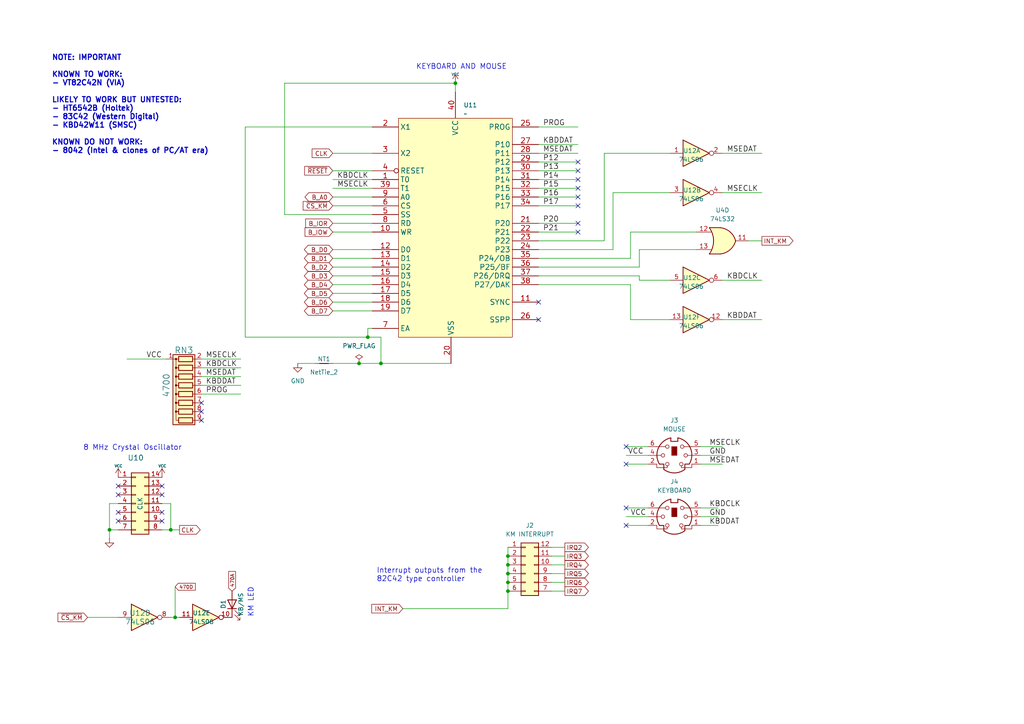
<source format=kicad_sch>
(kicad_sch
	(version 20231120)
	(generator "eeschema")
	(generator_version "8.0")
	(uuid "12caa61a-a2ea-410a-a8a6-341e0010dcdf")
	(paper "A4")
	(title_block
		(title "ISA MULTI IO ")
		(date "2025-07-19")
		(rev "v1.1")
		(company "DAN WERNER")
	)
	(lib_symbols
		(symbol "74xx:74LS06"
			(pin_names
				(offset 1.016)
			)
			(exclude_from_sim no)
			(in_bom yes)
			(on_board yes)
			(property "Reference" "U"
				(at 0 1.27 0)
				(effects
					(font
						(size 1.27 1.27)
					)
				)
			)
			(property "Value" "74LS06"
				(at 0 -1.27 0)
				(effects
					(font
						(size 1.27 1.27)
					)
				)
			)
			(property "Footprint" ""
				(at 0 0 0)
				(effects
					(font
						(size 1.27 1.27)
					)
					(hide yes)
				)
			)
			(property "Datasheet" "http://www.ti.com/lit/gpn/sn74LS06"
				(at 0 0 0)
				(effects
					(font
						(size 1.27 1.27)
					)
					(hide yes)
				)
			)
			(property "Description" "Inverter Open Collect"
				(at 0 0 0)
				(effects
					(font
						(size 1.27 1.27)
					)
					(hide yes)
				)
			)
			(property "ki_locked" ""
				(at 0 0 0)
				(effects
					(font
						(size 1.27 1.27)
					)
				)
			)
			(property "ki_keywords" "TTL not inv OpenCol"
				(at 0 0 0)
				(effects
					(font
						(size 1.27 1.27)
					)
					(hide yes)
				)
			)
			(property "ki_fp_filters" "DIP*W7.62mm*"
				(at 0 0 0)
				(effects
					(font
						(size 1.27 1.27)
					)
					(hide yes)
				)
			)
			(symbol "74LS06_1_0"
				(polyline
					(pts
						(xy -3.81 3.81) (xy -3.81 -3.81) (xy 3.81 0) (xy -3.81 3.81)
					)
					(stroke
						(width 0.254)
						(type default)
					)
					(fill
						(type background)
					)
				)
				(pin input line
					(at -7.62 0 0)
					(length 3.81)
					(name "~"
						(effects
							(font
								(size 1.27 1.27)
							)
						)
					)
					(number "1"
						(effects
							(font
								(size 1.27 1.27)
							)
						)
					)
				)
				(pin open_collector inverted
					(at 7.62 0 180)
					(length 3.81)
					(name "~"
						(effects
							(font
								(size 1.27 1.27)
							)
						)
					)
					(number "2"
						(effects
							(font
								(size 1.27 1.27)
							)
						)
					)
				)
			)
			(symbol "74LS06_2_0"
				(polyline
					(pts
						(xy -3.81 3.81) (xy -3.81 -3.81) (xy 3.81 0) (xy -3.81 3.81)
					)
					(stroke
						(width 0.254)
						(type default)
					)
					(fill
						(type background)
					)
				)
				(pin input line
					(at -7.62 0 0)
					(length 3.81)
					(name "~"
						(effects
							(font
								(size 1.27 1.27)
							)
						)
					)
					(number "3"
						(effects
							(font
								(size 1.27 1.27)
							)
						)
					)
				)
				(pin open_collector inverted
					(at 7.62 0 180)
					(length 3.81)
					(name "~"
						(effects
							(font
								(size 1.27 1.27)
							)
						)
					)
					(number "4"
						(effects
							(font
								(size 1.27 1.27)
							)
						)
					)
				)
			)
			(symbol "74LS06_3_0"
				(polyline
					(pts
						(xy -3.81 3.81) (xy -3.81 -3.81) (xy 3.81 0) (xy -3.81 3.81)
					)
					(stroke
						(width 0.254)
						(type default)
					)
					(fill
						(type background)
					)
				)
				(pin input line
					(at -7.62 0 0)
					(length 3.81)
					(name "~"
						(effects
							(font
								(size 1.27 1.27)
							)
						)
					)
					(number "5"
						(effects
							(font
								(size 1.27 1.27)
							)
						)
					)
				)
				(pin open_collector inverted
					(at 7.62 0 180)
					(length 3.81)
					(name "~"
						(effects
							(font
								(size 1.27 1.27)
							)
						)
					)
					(number "6"
						(effects
							(font
								(size 1.27 1.27)
							)
						)
					)
				)
			)
			(symbol "74LS06_4_0"
				(polyline
					(pts
						(xy -3.81 3.81) (xy -3.81 -3.81) (xy 3.81 0) (xy -3.81 3.81)
					)
					(stroke
						(width 0.254)
						(type default)
					)
					(fill
						(type background)
					)
				)
				(pin open_collector inverted
					(at 7.62 0 180)
					(length 3.81)
					(name "~"
						(effects
							(font
								(size 1.27 1.27)
							)
						)
					)
					(number "8"
						(effects
							(font
								(size 1.27 1.27)
							)
						)
					)
				)
				(pin input line
					(at -7.62 0 0)
					(length 3.81)
					(name "~"
						(effects
							(font
								(size 1.27 1.27)
							)
						)
					)
					(number "9"
						(effects
							(font
								(size 1.27 1.27)
							)
						)
					)
				)
			)
			(symbol "74LS06_5_0"
				(polyline
					(pts
						(xy -3.81 3.81) (xy -3.81 -3.81) (xy 3.81 0) (xy -3.81 3.81)
					)
					(stroke
						(width 0.254)
						(type default)
					)
					(fill
						(type background)
					)
				)
				(pin open_collector inverted
					(at 7.62 0 180)
					(length 3.81)
					(name "~"
						(effects
							(font
								(size 1.27 1.27)
							)
						)
					)
					(number "10"
						(effects
							(font
								(size 1.27 1.27)
							)
						)
					)
				)
				(pin input line
					(at -7.62 0 0)
					(length 3.81)
					(name "~"
						(effects
							(font
								(size 1.27 1.27)
							)
						)
					)
					(number "11"
						(effects
							(font
								(size 1.27 1.27)
							)
						)
					)
				)
			)
			(symbol "74LS06_6_0"
				(polyline
					(pts
						(xy -3.81 3.81) (xy -3.81 -3.81) (xy 3.81 0) (xy -3.81 3.81)
					)
					(stroke
						(width 0.254)
						(type default)
					)
					(fill
						(type background)
					)
				)
				(pin open_collector inverted
					(at 7.62 0 180)
					(length 3.81)
					(name "~"
						(effects
							(font
								(size 1.27 1.27)
							)
						)
					)
					(number "12"
						(effects
							(font
								(size 1.27 1.27)
							)
						)
					)
				)
				(pin input line
					(at -7.62 0 0)
					(length 3.81)
					(name "~"
						(effects
							(font
								(size 1.27 1.27)
							)
						)
					)
					(number "13"
						(effects
							(font
								(size 1.27 1.27)
							)
						)
					)
				)
			)
			(symbol "74LS06_7_0"
				(pin power_in line
					(at 0 12.7 270)
					(length 5.08)
					(name "VCC"
						(effects
							(font
								(size 1.27 1.27)
							)
						)
					)
					(number "14"
						(effects
							(font
								(size 1.27 1.27)
							)
						)
					)
				)
				(pin power_in line
					(at 0 -12.7 90)
					(length 5.08)
					(name "GND"
						(effects
							(font
								(size 1.27 1.27)
							)
						)
					)
					(number "7"
						(effects
							(font
								(size 1.27 1.27)
							)
						)
					)
				)
			)
			(symbol "74LS06_7_1"
				(rectangle
					(start -5.08 7.62)
					(end 5.08 -7.62)
					(stroke
						(width 0.254)
						(type default)
					)
					(fill
						(type background)
					)
				)
			)
		)
		(symbol "74xx:74LS06N"
			(pin_names
				(offset 1.016)
			)
			(exclude_from_sim no)
			(in_bom yes)
			(on_board yes)
			(property "Reference" "U"
				(at 0 1.27 0)
				(effects
					(font
						(size 1.27 1.27)
					)
				)
			)
			(property "Value" "74LS06N"
				(at 0 -1.27 0)
				(effects
					(font
						(size 1.27 1.27)
					)
				)
			)
			(property "Footprint" ""
				(at 0 0 0)
				(effects
					(font
						(size 1.27 1.27)
					)
					(hide yes)
				)
			)
			(property "Datasheet" "http://www.ti.com/lit/gpn/sn74LS06N"
				(at 0 0 0)
				(effects
					(font
						(size 1.27 1.27)
					)
					(hide yes)
				)
			)
			(property "Description" "Inverter Open Collect"
				(at 0 0 0)
				(effects
					(font
						(size 1.27 1.27)
					)
					(hide yes)
				)
			)
			(property "ki_locked" ""
				(at 0 0 0)
				(effects
					(font
						(size 1.27 1.27)
					)
				)
			)
			(property "ki_keywords" "TTL not inv OpenCol"
				(at 0 0 0)
				(effects
					(font
						(size 1.27 1.27)
					)
					(hide yes)
				)
			)
			(property "ki_fp_filters" "DIP*W7.62mm*"
				(at 0 0 0)
				(effects
					(font
						(size 1.27 1.27)
					)
					(hide yes)
				)
			)
			(symbol "74LS06N_1_0"
				(polyline
					(pts
						(xy -3.81 3.81) (xy -3.81 -3.81) (xy 3.81 0) (xy -3.81 3.81)
					)
					(stroke
						(width 0.254)
						(type default)
					)
					(fill
						(type background)
					)
				)
				(pin input line
					(at -7.62 0 0)
					(length 3.81)
					(name "~"
						(effects
							(font
								(size 1.27 1.27)
							)
						)
					)
					(number "1"
						(effects
							(font
								(size 1.27 1.27)
							)
						)
					)
				)
				(pin open_collector inverted
					(at 7.62 0 180)
					(length 3.81)
					(name "~"
						(effects
							(font
								(size 1.27 1.27)
							)
						)
					)
					(number "2"
						(effects
							(font
								(size 1.27 1.27)
							)
						)
					)
				)
			)
			(symbol "74LS06N_2_0"
				(polyline
					(pts
						(xy -3.81 3.81) (xy -3.81 -3.81) (xy 3.81 0) (xy -3.81 3.81)
					)
					(stroke
						(width 0.254)
						(type default)
					)
					(fill
						(type background)
					)
				)
				(pin input line
					(at -7.62 0 0)
					(length 3.81)
					(name "~"
						(effects
							(font
								(size 1.27 1.27)
							)
						)
					)
					(number "3"
						(effects
							(font
								(size 1.27 1.27)
							)
						)
					)
				)
				(pin open_collector inverted
					(at 7.62 0 180)
					(length 3.81)
					(name "~"
						(effects
							(font
								(size 1.27 1.27)
							)
						)
					)
					(number "4"
						(effects
							(font
								(size 1.27 1.27)
							)
						)
					)
				)
			)
			(symbol "74LS06N_3_0"
				(polyline
					(pts
						(xy -3.81 3.81) (xy -3.81 -3.81) (xy 3.81 0) (xy -3.81 3.81)
					)
					(stroke
						(width 0.254)
						(type default)
					)
					(fill
						(type background)
					)
				)
				(pin input line
					(at -7.62 0 0)
					(length 3.81)
					(name "~"
						(effects
							(font
								(size 1.27 1.27)
							)
						)
					)
					(number "5"
						(effects
							(font
								(size 1.27 1.27)
							)
						)
					)
				)
				(pin open_collector inverted
					(at 7.62 0 180)
					(length 3.81)
					(name "~"
						(effects
							(font
								(size 1.27 1.27)
							)
						)
					)
					(number "6"
						(effects
							(font
								(size 1.27 1.27)
							)
						)
					)
				)
			)
			(symbol "74LS06N_4_0"
				(polyline
					(pts
						(xy -3.81 3.81) (xy -3.81 -3.81) (xy 3.81 0) (xy -3.81 3.81)
					)
					(stroke
						(width 0.254)
						(type default)
					)
					(fill
						(type background)
					)
				)
				(pin open_collector inverted
					(at 7.62 0 180)
					(length 3.81)
					(name "~"
						(effects
							(font
								(size 1.27 1.27)
							)
						)
					)
					(number "8"
						(effects
							(font
								(size 1.27 1.27)
							)
						)
					)
				)
				(pin input line
					(at -7.62 0 0)
					(length 3.81)
					(name "~"
						(effects
							(font
								(size 1.27 1.27)
							)
						)
					)
					(number "9"
						(effects
							(font
								(size 1.27 1.27)
							)
						)
					)
				)
			)
			(symbol "74LS06N_5_0"
				(polyline
					(pts
						(xy -3.81 3.81) (xy -3.81 -3.81) (xy 3.81 0) (xy -3.81 3.81)
					)
					(stroke
						(width 0.254)
						(type default)
					)
					(fill
						(type background)
					)
				)
				(pin open_collector inverted
					(at 7.62 0 180)
					(length 3.81)
					(name "~"
						(effects
							(font
								(size 1.27 1.27)
							)
						)
					)
					(number "10"
						(effects
							(font
								(size 1.27 1.27)
							)
						)
					)
				)
				(pin input line
					(at -7.62 0 0)
					(length 3.81)
					(name "~"
						(effects
							(font
								(size 1.27 1.27)
							)
						)
					)
					(number "11"
						(effects
							(font
								(size 1.27 1.27)
							)
						)
					)
				)
			)
			(symbol "74LS06N_6_0"
				(polyline
					(pts
						(xy -3.81 3.81) (xy -3.81 -3.81) (xy 3.81 0) (xy -3.81 3.81)
					)
					(stroke
						(width 0.254)
						(type default)
					)
					(fill
						(type background)
					)
				)
				(pin open_collector inverted
					(at 7.62 0 180)
					(length 3.81)
					(name "~"
						(effects
							(font
								(size 1.27 1.27)
							)
						)
					)
					(number "12"
						(effects
							(font
								(size 1.27 1.27)
							)
						)
					)
				)
				(pin input line
					(at -7.62 0 0)
					(length 3.81)
					(name "~"
						(effects
							(font
								(size 1.27 1.27)
							)
						)
					)
					(number "13"
						(effects
							(font
								(size 1.27 1.27)
							)
						)
					)
				)
			)
			(symbol "74LS06N_7_0"
				(pin power_in line
					(at 0 12.7 270)
					(length 5.08)
					(name "VCC"
						(effects
							(font
								(size 1.27 1.27)
							)
						)
					)
					(number "14"
						(effects
							(font
								(size 1.27 1.27)
							)
						)
					)
				)
				(pin power_in line
					(at 0 -12.7 90)
					(length 5.08)
					(name "GND"
						(effects
							(font
								(size 1.27 1.27)
							)
						)
					)
					(number "7"
						(effects
							(font
								(size 1.27 1.27)
							)
						)
					)
				)
			)
			(symbol "74LS06N_7_1"
				(rectangle
					(start -5.08 7.62)
					(end 5.08 -7.62)
					(stroke
						(width 0.254)
						(type default)
					)
					(fill
						(type background)
					)
				)
			)
		)
		(symbol "74xx:74LS32"
			(pin_names
				(offset 1.016)
			)
			(exclude_from_sim no)
			(in_bom yes)
			(on_board yes)
			(property "Reference" "U"
				(at 0 1.27 0)
				(effects
					(font
						(size 1.27 1.27)
					)
				)
			)
			(property "Value" "74LS32"
				(at 0 -1.27 0)
				(effects
					(font
						(size 1.27 1.27)
					)
				)
			)
			(property "Footprint" ""
				(at 0 0 0)
				(effects
					(font
						(size 1.27 1.27)
					)
					(hide yes)
				)
			)
			(property "Datasheet" "http://www.ti.com/lit/gpn/sn74LS32"
				(at 0 0 0)
				(effects
					(font
						(size 1.27 1.27)
					)
					(hide yes)
				)
			)
			(property "Description" "Quad 2-input OR"
				(at 0 0 0)
				(effects
					(font
						(size 1.27 1.27)
					)
					(hide yes)
				)
			)
			(property "ki_locked" ""
				(at 0 0 0)
				(effects
					(font
						(size 1.27 1.27)
					)
				)
			)
			(property "ki_keywords" "TTL Or2"
				(at 0 0 0)
				(effects
					(font
						(size 1.27 1.27)
					)
					(hide yes)
				)
			)
			(property "ki_fp_filters" "DIP?14*"
				(at 0 0 0)
				(effects
					(font
						(size 1.27 1.27)
					)
					(hide yes)
				)
			)
			(symbol "74LS32_1_1"
				(arc
					(start -3.81 -3.81)
					(mid -2.589 0)
					(end -3.81 3.81)
					(stroke
						(width 0.254)
						(type default)
					)
					(fill
						(type none)
					)
				)
				(arc
					(start -0.6096 -3.81)
					(mid 2.1842 -2.5851)
					(end 3.81 0)
					(stroke
						(width 0.254)
						(type default)
					)
					(fill
						(type background)
					)
				)
				(polyline
					(pts
						(xy -3.81 -3.81) (xy -0.635 -3.81)
					)
					(stroke
						(width 0.254)
						(type default)
					)
					(fill
						(type background)
					)
				)
				(polyline
					(pts
						(xy -3.81 3.81) (xy -0.635 3.81)
					)
					(stroke
						(width 0.254)
						(type default)
					)
					(fill
						(type background)
					)
				)
				(polyline
					(pts
						(xy -0.635 3.81) (xy -3.81 3.81) (xy -3.81 3.81) (xy -3.556 3.4036) (xy -3.0226 2.2606) (xy -2.6924 1.0414)
						(xy -2.6162 -0.254) (xy -2.7686 -1.4986) (xy -3.175 -2.7178) (xy -3.81 -3.81) (xy -3.81 -3.81)
						(xy -0.635 -3.81)
					)
					(stroke
						(width -25.4)
						(type default)
					)
					(fill
						(type background)
					)
				)
				(arc
					(start 3.81 0)
					(mid 2.1915 2.5936)
					(end -0.6096 3.81)
					(stroke
						(width 0.254)
						(type default)
					)
					(fill
						(type background)
					)
				)
				(pin input line
					(at -7.62 2.54 0)
					(length 4.318)
					(name "~"
						(effects
							(font
								(size 1.27 1.27)
							)
						)
					)
					(number "1"
						(effects
							(font
								(size 1.27 1.27)
							)
						)
					)
				)
				(pin input line
					(at -7.62 -2.54 0)
					(length 4.318)
					(name "~"
						(effects
							(font
								(size 1.27 1.27)
							)
						)
					)
					(number "2"
						(effects
							(font
								(size 1.27 1.27)
							)
						)
					)
				)
				(pin output line
					(at 7.62 0 180)
					(length 3.81)
					(name "~"
						(effects
							(font
								(size 1.27 1.27)
							)
						)
					)
					(number "3"
						(effects
							(font
								(size 1.27 1.27)
							)
						)
					)
				)
			)
			(symbol "74LS32_1_2"
				(arc
					(start 0 -3.81)
					(mid 3.7934 0)
					(end 0 3.81)
					(stroke
						(width 0.254)
						(type default)
					)
					(fill
						(type background)
					)
				)
				(polyline
					(pts
						(xy 0 3.81) (xy -3.81 3.81) (xy -3.81 -3.81) (xy 0 -3.81)
					)
					(stroke
						(width 0.254)
						(type default)
					)
					(fill
						(type background)
					)
				)
				(pin input inverted
					(at -7.62 2.54 0)
					(length 3.81)
					(name "~"
						(effects
							(font
								(size 1.27 1.27)
							)
						)
					)
					(number "1"
						(effects
							(font
								(size 1.27 1.27)
							)
						)
					)
				)
				(pin input inverted
					(at -7.62 -2.54 0)
					(length 3.81)
					(name "~"
						(effects
							(font
								(size 1.27 1.27)
							)
						)
					)
					(number "2"
						(effects
							(font
								(size 1.27 1.27)
							)
						)
					)
				)
				(pin output inverted
					(at 7.62 0 180)
					(length 3.81)
					(name "~"
						(effects
							(font
								(size 1.27 1.27)
							)
						)
					)
					(number "3"
						(effects
							(font
								(size 1.27 1.27)
							)
						)
					)
				)
			)
			(symbol "74LS32_2_1"
				(arc
					(start -3.81 -3.81)
					(mid -2.589 0)
					(end -3.81 3.81)
					(stroke
						(width 0.254)
						(type default)
					)
					(fill
						(type none)
					)
				)
				(arc
					(start -0.6096 -3.81)
					(mid 2.1842 -2.5851)
					(end 3.81 0)
					(stroke
						(width 0.254)
						(type default)
					)
					(fill
						(type background)
					)
				)
				(polyline
					(pts
						(xy -3.81 -3.81) (xy -0.635 -3.81)
					)
					(stroke
						(width 0.254)
						(type default)
					)
					(fill
						(type background)
					)
				)
				(polyline
					(pts
						(xy -3.81 3.81) (xy -0.635 3.81)
					)
					(stroke
						(width 0.254)
						(type default)
					)
					(fill
						(type background)
					)
				)
				(polyline
					(pts
						(xy -0.635 3.81) (xy -3.81 3.81) (xy -3.81 3.81) (xy -3.556 3.4036) (xy -3.0226 2.2606) (xy -2.6924 1.0414)
						(xy -2.6162 -0.254) (xy -2.7686 -1.4986) (xy -3.175 -2.7178) (xy -3.81 -3.81) (xy -3.81 -3.81)
						(xy -0.635 -3.81)
					)
					(stroke
						(width -25.4)
						(type default)
					)
					(fill
						(type background)
					)
				)
				(arc
					(start 3.81 0)
					(mid 2.1915 2.5936)
					(end -0.6096 3.81)
					(stroke
						(width 0.254)
						(type default)
					)
					(fill
						(type background)
					)
				)
				(pin input line
					(at -7.62 2.54 0)
					(length 4.318)
					(name "~"
						(effects
							(font
								(size 1.27 1.27)
							)
						)
					)
					(number "4"
						(effects
							(font
								(size 1.27 1.27)
							)
						)
					)
				)
				(pin input line
					(at -7.62 -2.54 0)
					(length 4.318)
					(name "~"
						(effects
							(font
								(size 1.27 1.27)
							)
						)
					)
					(number "5"
						(effects
							(font
								(size 1.27 1.27)
							)
						)
					)
				)
				(pin output line
					(at 7.62 0 180)
					(length 3.81)
					(name "~"
						(effects
							(font
								(size 1.27 1.27)
							)
						)
					)
					(number "6"
						(effects
							(font
								(size 1.27 1.27)
							)
						)
					)
				)
			)
			(symbol "74LS32_2_2"
				(arc
					(start 0 -3.81)
					(mid 3.7934 0)
					(end 0 3.81)
					(stroke
						(width 0.254)
						(type default)
					)
					(fill
						(type background)
					)
				)
				(polyline
					(pts
						(xy 0 3.81) (xy -3.81 3.81) (xy -3.81 -3.81) (xy 0 -3.81)
					)
					(stroke
						(width 0.254)
						(type default)
					)
					(fill
						(type background)
					)
				)
				(pin input inverted
					(at -7.62 2.54 0)
					(length 3.81)
					(name "~"
						(effects
							(font
								(size 1.27 1.27)
							)
						)
					)
					(number "4"
						(effects
							(font
								(size 1.27 1.27)
							)
						)
					)
				)
				(pin input inverted
					(at -7.62 -2.54 0)
					(length 3.81)
					(name "~"
						(effects
							(font
								(size 1.27 1.27)
							)
						)
					)
					(number "5"
						(effects
							(font
								(size 1.27 1.27)
							)
						)
					)
				)
				(pin output inverted
					(at 7.62 0 180)
					(length 3.81)
					(name "~"
						(effects
							(font
								(size 1.27 1.27)
							)
						)
					)
					(number "6"
						(effects
							(font
								(size 1.27 1.27)
							)
						)
					)
				)
			)
			(symbol "74LS32_3_1"
				(arc
					(start -3.81 -3.81)
					(mid -2.589 0)
					(end -3.81 3.81)
					(stroke
						(width 0.254)
						(type default)
					)
					(fill
						(type none)
					)
				)
				(arc
					(start -0.6096 -3.81)
					(mid 2.1842 -2.5851)
					(end 3.81 0)
					(stroke
						(width 0.254)
						(type default)
					)
					(fill
						(type background)
					)
				)
				(polyline
					(pts
						(xy -3.81 -3.81) (xy -0.635 -3.81)
					)
					(stroke
						(width 0.254)
						(type default)
					)
					(fill
						(type background)
					)
				)
				(polyline
					(pts
						(xy -3.81 3.81) (xy -0.635 3.81)
					)
					(stroke
						(width 0.254)
						(type default)
					)
					(fill
						(type background)
					)
				)
				(polyline
					(pts
						(xy -0.635 3.81) (xy -3.81 3.81) (xy -3.81 3.81) (xy -3.556 3.4036) (xy -3.0226 2.2606) (xy -2.6924 1.0414)
						(xy -2.6162 -0.254) (xy -2.7686 -1.4986) (xy -3.175 -2.7178) (xy -3.81 -3.81) (xy -3.81 -3.81)
						(xy -0.635 -3.81)
					)
					(stroke
						(width -25.4)
						(type default)
					)
					(fill
						(type background)
					)
				)
				(arc
					(start 3.81 0)
					(mid 2.1915 2.5936)
					(end -0.6096 3.81)
					(stroke
						(width 0.254)
						(type default)
					)
					(fill
						(type background)
					)
				)
				(pin input line
					(at -7.62 -2.54 0)
					(length 4.318)
					(name "~"
						(effects
							(font
								(size 1.27 1.27)
							)
						)
					)
					(number "10"
						(effects
							(font
								(size 1.27 1.27)
							)
						)
					)
				)
				(pin output line
					(at 7.62 0 180)
					(length 3.81)
					(name "~"
						(effects
							(font
								(size 1.27 1.27)
							)
						)
					)
					(number "8"
						(effects
							(font
								(size 1.27 1.27)
							)
						)
					)
				)
				(pin input line
					(at -7.62 2.54 0)
					(length 4.318)
					(name "~"
						(effects
							(font
								(size 1.27 1.27)
							)
						)
					)
					(number "9"
						(effects
							(font
								(size 1.27 1.27)
							)
						)
					)
				)
			)
			(symbol "74LS32_3_2"
				(arc
					(start 0 -3.81)
					(mid 3.7934 0)
					(end 0 3.81)
					(stroke
						(width 0.254)
						(type default)
					)
					(fill
						(type background)
					)
				)
				(polyline
					(pts
						(xy 0 3.81) (xy -3.81 3.81) (xy -3.81 -3.81) (xy 0 -3.81)
					)
					(stroke
						(width 0.254)
						(type default)
					)
					(fill
						(type background)
					)
				)
				(pin input inverted
					(at -7.62 -2.54 0)
					(length 3.81)
					(name "~"
						(effects
							(font
								(size 1.27 1.27)
							)
						)
					)
					(number "10"
						(effects
							(font
								(size 1.27 1.27)
							)
						)
					)
				)
				(pin output inverted
					(at 7.62 0 180)
					(length 3.81)
					(name "~"
						(effects
							(font
								(size 1.27 1.27)
							)
						)
					)
					(number "8"
						(effects
							(font
								(size 1.27 1.27)
							)
						)
					)
				)
				(pin input inverted
					(at -7.62 2.54 0)
					(length 3.81)
					(name "~"
						(effects
							(font
								(size 1.27 1.27)
							)
						)
					)
					(number "9"
						(effects
							(font
								(size 1.27 1.27)
							)
						)
					)
				)
			)
			(symbol "74LS32_4_1"
				(arc
					(start -3.81 -3.81)
					(mid -2.589 0)
					(end -3.81 3.81)
					(stroke
						(width 0.254)
						(type default)
					)
					(fill
						(type none)
					)
				)
				(arc
					(start -0.6096 -3.81)
					(mid 2.1842 -2.5851)
					(end 3.81 0)
					(stroke
						(width 0.254)
						(type default)
					)
					(fill
						(type background)
					)
				)
				(polyline
					(pts
						(xy -3.81 -3.81) (xy -0.635 -3.81)
					)
					(stroke
						(width 0.254)
						(type default)
					)
					(fill
						(type background)
					)
				)
				(polyline
					(pts
						(xy -3.81 3.81) (xy -0.635 3.81)
					)
					(stroke
						(width 0.254)
						(type default)
					)
					(fill
						(type background)
					)
				)
				(polyline
					(pts
						(xy -0.635 3.81) (xy -3.81 3.81) (xy -3.81 3.81) (xy -3.556 3.4036) (xy -3.0226 2.2606) (xy -2.6924 1.0414)
						(xy -2.6162 -0.254) (xy -2.7686 -1.4986) (xy -3.175 -2.7178) (xy -3.81 -3.81) (xy -3.81 -3.81)
						(xy -0.635 -3.81)
					)
					(stroke
						(width -25.4)
						(type default)
					)
					(fill
						(type background)
					)
				)
				(arc
					(start 3.81 0)
					(mid 2.1915 2.5936)
					(end -0.6096 3.81)
					(stroke
						(width 0.254)
						(type default)
					)
					(fill
						(type background)
					)
				)
				(pin output line
					(at 7.62 0 180)
					(length 3.81)
					(name "~"
						(effects
							(font
								(size 1.27 1.27)
							)
						)
					)
					(number "11"
						(effects
							(font
								(size 1.27 1.27)
							)
						)
					)
				)
				(pin input line
					(at -7.62 2.54 0)
					(length 4.318)
					(name "~"
						(effects
							(font
								(size 1.27 1.27)
							)
						)
					)
					(number "12"
						(effects
							(font
								(size 1.27 1.27)
							)
						)
					)
				)
				(pin input line
					(at -7.62 -2.54 0)
					(length 4.318)
					(name "~"
						(effects
							(font
								(size 1.27 1.27)
							)
						)
					)
					(number "13"
						(effects
							(font
								(size 1.27 1.27)
							)
						)
					)
				)
			)
			(symbol "74LS32_4_2"
				(arc
					(start 0 -3.81)
					(mid 3.7934 0)
					(end 0 3.81)
					(stroke
						(width 0.254)
						(type default)
					)
					(fill
						(type background)
					)
				)
				(polyline
					(pts
						(xy 0 3.81) (xy -3.81 3.81) (xy -3.81 -3.81) (xy 0 -3.81)
					)
					(stroke
						(width 0.254)
						(type default)
					)
					(fill
						(type background)
					)
				)
				(pin output inverted
					(at 7.62 0 180)
					(length 3.81)
					(name "~"
						(effects
							(font
								(size 1.27 1.27)
							)
						)
					)
					(number "11"
						(effects
							(font
								(size 1.27 1.27)
							)
						)
					)
				)
				(pin input inverted
					(at -7.62 2.54 0)
					(length 3.81)
					(name "~"
						(effects
							(font
								(size 1.27 1.27)
							)
						)
					)
					(number "12"
						(effects
							(font
								(size 1.27 1.27)
							)
						)
					)
				)
				(pin input inverted
					(at -7.62 -2.54 0)
					(length 3.81)
					(name "~"
						(effects
							(font
								(size 1.27 1.27)
							)
						)
					)
					(number "13"
						(effects
							(font
								(size 1.27 1.27)
							)
						)
					)
				)
			)
			(symbol "74LS32_5_0"
				(pin power_in line
					(at 0 12.7 270)
					(length 5.08)
					(name "VCC"
						(effects
							(font
								(size 1.27 1.27)
							)
						)
					)
					(number "14"
						(effects
							(font
								(size 1.27 1.27)
							)
						)
					)
				)
				(pin power_in line
					(at 0 -12.7 90)
					(length 5.08)
					(name "GND"
						(effects
							(font
								(size 1.27 1.27)
							)
						)
					)
					(number "7"
						(effects
							(font
								(size 1.27 1.27)
							)
						)
					)
				)
			)
			(symbol "74LS32_5_1"
				(rectangle
					(start -5.08 7.62)
					(end 5.08 -7.62)
					(stroke
						(width 0.254)
						(type default)
					)
					(fill
						(type background)
					)
				)
			)
		)
		(symbol "Connector:Mini-DIN-6"
			(pin_names
				(offset 1.016)
			)
			(exclude_from_sim no)
			(in_bom yes)
			(on_board yes)
			(property "Reference" "J"
				(at 0 6.35 0)
				(effects
					(font
						(size 1.27 1.27)
					)
				)
			)
			(property "Value" "Mini-DIN-6"
				(at 0 -6.35 0)
				(effects
					(font
						(size 1.27 1.27)
					)
				)
			)
			(property "Footprint" ""
				(at 0 0 0)
				(effects
					(font
						(size 1.27 1.27)
					)
					(hide yes)
				)
			)
			(property "Datasheet" "http://service.powerdynamics.com/ec/Catalog17/Section%2011.pdf"
				(at 0 0 0)
				(effects
					(font
						(size 1.27 1.27)
					)
					(hide yes)
				)
			)
			(property "Description" "6-pin Mini-DIN connector"
				(at 0 0 0)
				(effects
					(font
						(size 1.27 1.27)
					)
					(hide yes)
				)
			)
			(property "ki_keywords" "Mini-DIN"
				(at 0 0 0)
				(effects
					(font
						(size 1.27 1.27)
					)
					(hide yes)
				)
			)
			(property "ki_fp_filters" "MINI?DIN*"
				(at 0 0 0)
				(effects
					(font
						(size 1.27 1.27)
					)
					(hide yes)
				)
			)
			(symbol "Mini-DIN-6_0_1"
				(circle
					(center -3.302 0)
					(radius 0.508)
					(stroke
						(width 0)
						(type default)
					)
					(fill
						(type none)
					)
				)
				(arc
					(start -3.048 -4.064)
					(mid 0 -5.08)
					(end 3.048 -4.064)
					(stroke
						(width 0.254)
						(type default)
					)
					(fill
						(type none)
					)
				)
				(circle
					(center -2.032 -2.54)
					(radius 0.508)
					(stroke
						(width 0)
						(type default)
					)
					(fill
						(type none)
					)
				)
				(circle
					(center -2.032 2.54)
					(radius 0.508)
					(stroke
						(width 0)
						(type default)
					)
					(fill
						(type none)
					)
				)
				(arc
					(start -1.016 5.08)
					(mid -4.6228 2.1214)
					(end -4.318 -2.54)
					(stroke
						(width 0.254)
						(type default)
					)
					(fill
						(type none)
					)
				)
				(rectangle
					(start -0.762 2.54)
					(end 0.762 0)
					(stroke
						(width 0)
						(type default)
					)
					(fill
						(type outline)
					)
				)
				(polyline
					(pts
						(xy -3.81 0) (xy -5.08 0)
					)
					(stroke
						(width 0)
						(type default)
					)
					(fill
						(type none)
					)
				)
				(polyline
					(pts
						(xy -2.54 2.54) (xy -5.08 2.54)
					)
					(stroke
						(width 0)
						(type default)
					)
					(fill
						(type none)
					)
				)
				(polyline
					(pts
						(xy 2.794 2.54) (xy 5.08 2.54)
					)
					(stroke
						(width 0)
						(type default)
					)
					(fill
						(type none)
					)
				)
				(polyline
					(pts
						(xy 5.08 0) (xy 3.81 0)
					)
					(stroke
						(width 0)
						(type default)
					)
					(fill
						(type none)
					)
				)
				(polyline
					(pts
						(xy -4.318 -2.54) (xy -3.048 -2.54) (xy -3.048 -4.064)
					)
					(stroke
						(width 0.254)
						(type default)
					)
					(fill
						(type none)
					)
				)
				(polyline
					(pts
						(xy 4.318 -2.54) (xy 3.048 -2.54) (xy 3.048 -4.064)
					)
					(stroke
						(width 0.254)
						(type default)
					)
					(fill
						(type none)
					)
				)
				(polyline
					(pts
						(xy -2.032 -3.048) (xy -2.032 -3.556) (xy -5.08 -3.556) (xy -5.08 -2.54)
					)
					(stroke
						(width 0)
						(type default)
					)
					(fill
						(type none)
					)
				)
				(polyline
					(pts
						(xy -1.016 5.08) (xy -1.016 4.064) (xy 1.016 4.064) (xy 1.016 5.08)
					)
					(stroke
						(width 0.254)
						(type default)
					)
					(fill
						(type none)
					)
				)
				(polyline
					(pts
						(xy 2.032 -3.048) (xy 2.032 -3.556) (xy 5.08 -3.556) (xy 5.08 -2.54)
					)
					(stroke
						(width 0)
						(type default)
					)
					(fill
						(type none)
					)
				)
				(circle
					(center 2.032 -2.54)
					(radius 0.508)
					(stroke
						(width 0)
						(type default)
					)
					(fill
						(type none)
					)
				)
				(circle
					(center 2.286 2.54)
					(radius 0.508)
					(stroke
						(width 0)
						(type default)
					)
					(fill
						(type none)
					)
				)
				(circle
					(center 3.302 0)
					(radius 0.508)
					(stroke
						(width 0)
						(type default)
					)
					(fill
						(type none)
					)
				)
				(arc
					(start 4.318 -2.54)
					(mid 4.6661 2.1322)
					(end 1.016 5.08)
					(stroke
						(width 0.254)
						(type default)
					)
					(fill
						(type none)
					)
				)
			)
			(symbol "Mini-DIN-6_1_1"
				(pin passive line
					(at 7.62 -2.54 180)
					(length 2.54)
					(name "~"
						(effects
							(font
								(size 1.27 1.27)
							)
						)
					)
					(number "1"
						(effects
							(font
								(size 1.27 1.27)
							)
						)
					)
				)
				(pin passive line
					(at -7.62 -2.54 0)
					(length 2.54)
					(name "~"
						(effects
							(font
								(size 1.27 1.27)
							)
						)
					)
					(number "2"
						(effects
							(font
								(size 1.27 1.27)
							)
						)
					)
				)
				(pin passive line
					(at 7.62 0 180)
					(length 2.54)
					(name "~"
						(effects
							(font
								(size 1.27 1.27)
							)
						)
					)
					(number "3"
						(effects
							(font
								(size 1.27 1.27)
							)
						)
					)
				)
				(pin passive line
					(at -7.62 0 0)
					(length 2.54)
					(name "~"
						(effects
							(font
								(size 1.27 1.27)
							)
						)
					)
					(number "4"
						(effects
							(font
								(size 1.27 1.27)
							)
						)
					)
				)
				(pin passive line
					(at 7.62 2.54 180)
					(length 2.54)
					(name "~"
						(effects
							(font
								(size 1.27 1.27)
							)
						)
					)
					(number "5"
						(effects
							(font
								(size 1.27 1.27)
							)
						)
					)
				)
				(pin passive line
					(at -7.62 2.54 0)
					(length 2.54)
					(name "~"
						(effects
							(font
								(size 1.27 1.27)
							)
						)
					)
					(number "6"
						(effects
							(font
								(size 1.27 1.27)
							)
						)
					)
				)
			)
		)
		(symbol "Connector_Generic:Conn_02x06_Counter_Clockwise"
			(pin_names
				(offset 1.016) hide)
			(exclude_from_sim no)
			(in_bom yes)
			(on_board yes)
			(property "Reference" "J"
				(at 1.27 7.62 0)
				(effects
					(font
						(size 1.27 1.27)
					)
				)
			)
			(property "Value" "Conn_02x06_Counter_Clockwise"
				(at 1.27 -10.16 0)
				(effects
					(font
						(size 1.27 1.27)
					)
				)
			)
			(property "Footprint" ""
				(at 0 0 0)
				(effects
					(font
						(size 1.27 1.27)
					)
					(hide yes)
				)
			)
			(property "Datasheet" "~"
				(at 0 0 0)
				(effects
					(font
						(size 1.27 1.27)
					)
					(hide yes)
				)
			)
			(property "Description" "Generic connector, double row, 02x06, counter clockwise pin numbering scheme (similar to DIP package numbering), script generated (kicad-library-utils/schlib/autogen/connector/)"
				(at 0 0 0)
				(effects
					(font
						(size 1.27 1.27)
					)
					(hide yes)
				)
			)
			(property "ki_keywords" "connector"
				(at 0 0 0)
				(effects
					(font
						(size 1.27 1.27)
					)
					(hide yes)
				)
			)
			(property "ki_fp_filters" "Connector*:*_2x??_*"
				(at 0 0 0)
				(effects
					(font
						(size 1.27 1.27)
					)
					(hide yes)
				)
			)
			(symbol "Conn_02x06_Counter_Clockwise_1_1"
				(rectangle
					(start -1.27 -7.493)
					(end 0 -7.747)
					(stroke
						(width 0.1524)
						(type default)
					)
					(fill
						(type none)
					)
				)
				(rectangle
					(start -1.27 -4.953)
					(end 0 -5.207)
					(stroke
						(width 0.1524)
						(type default)
					)
					(fill
						(type none)
					)
				)
				(rectangle
					(start -1.27 -2.413)
					(end 0 -2.667)
					(stroke
						(width 0.1524)
						(type default)
					)
					(fill
						(type none)
					)
				)
				(rectangle
					(start -1.27 0.127)
					(end 0 -0.127)
					(stroke
						(width 0.1524)
						(type default)
					)
					(fill
						(type none)
					)
				)
				(rectangle
					(start -1.27 2.667)
					(end 0 2.413)
					(stroke
						(width 0.1524)
						(type default)
					)
					(fill
						(type none)
					)
				)
				(rectangle
					(start -1.27 5.207)
					(end 0 4.953)
					(stroke
						(width 0.1524)
						(type default)
					)
					(fill
						(type none)
					)
				)
				(rectangle
					(start -1.27 6.35)
					(end 3.81 -8.89)
					(stroke
						(width 0.254)
						(type default)
					)
					(fill
						(type background)
					)
				)
				(rectangle
					(start 3.81 -7.493)
					(end 2.54 -7.747)
					(stroke
						(width 0.1524)
						(type default)
					)
					(fill
						(type none)
					)
				)
				(rectangle
					(start 3.81 -4.953)
					(end 2.54 -5.207)
					(stroke
						(width 0.1524)
						(type default)
					)
					(fill
						(type none)
					)
				)
				(rectangle
					(start 3.81 -2.413)
					(end 2.54 -2.667)
					(stroke
						(width 0.1524)
						(type default)
					)
					(fill
						(type none)
					)
				)
				(rectangle
					(start 3.81 0.127)
					(end 2.54 -0.127)
					(stroke
						(width 0.1524)
						(type default)
					)
					(fill
						(type none)
					)
				)
				(rectangle
					(start 3.81 2.667)
					(end 2.54 2.413)
					(stroke
						(width 0.1524)
						(type default)
					)
					(fill
						(type none)
					)
				)
				(rectangle
					(start 3.81 5.207)
					(end 2.54 4.953)
					(stroke
						(width 0.1524)
						(type default)
					)
					(fill
						(type none)
					)
				)
				(pin passive line
					(at -5.08 5.08 0)
					(length 3.81)
					(name "Pin_1"
						(effects
							(font
								(size 1.27 1.27)
							)
						)
					)
					(number "1"
						(effects
							(font
								(size 1.27 1.27)
							)
						)
					)
				)
				(pin passive line
					(at 7.62 0 180)
					(length 3.81)
					(name "Pin_10"
						(effects
							(font
								(size 1.27 1.27)
							)
						)
					)
					(number "10"
						(effects
							(font
								(size 1.27 1.27)
							)
						)
					)
				)
				(pin passive line
					(at 7.62 2.54 180)
					(length 3.81)
					(name "Pin_11"
						(effects
							(font
								(size 1.27 1.27)
							)
						)
					)
					(number "11"
						(effects
							(font
								(size 1.27 1.27)
							)
						)
					)
				)
				(pin passive line
					(at 7.62 5.08 180)
					(length 3.81)
					(name "Pin_12"
						(effects
							(font
								(size 1.27 1.27)
							)
						)
					)
					(number "12"
						(effects
							(font
								(size 1.27 1.27)
							)
						)
					)
				)
				(pin passive line
					(at -5.08 2.54 0)
					(length 3.81)
					(name "Pin_2"
						(effects
							(font
								(size 1.27 1.27)
							)
						)
					)
					(number "2"
						(effects
							(font
								(size 1.27 1.27)
							)
						)
					)
				)
				(pin passive line
					(at -5.08 0 0)
					(length 3.81)
					(name "Pin_3"
						(effects
							(font
								(size 1.27 1.27)
							)
						)
					)
					(number "3"
						(effects
							(font
								(size 1.27 1.27)
							)
						)
					)
				)
				(pin passive line
					(at -5.08 -2.54 0)
					(length 3.81)
					(name "Pin_4"
						(effects
							(font
								(size 1.27 1.27)
							)
						)
					)
					(number "4"
						(effects
							(font
								(size 1.27 1.27)
							)
						)
					)
				)
				(pin passive line
					(at -5.08 -5.08 0)
					(length 3.81)
					(name "Pin_5"
						(effects
							(font
								(size 1.27 1.27)
							)
						)
					)
					(number "5"
						(effects
							(font
								(size 1.27 1.27)
							)
						)
					)
				)
				(pin passive line
					(at -5.08 -7.62 0)
					(length 3.81)
					(name "Pin_6"
						(effects
							(font
								(size 1.27 1.27)
							)
						)
					)
					(number "6"
						(effects
							(font
								(size 1.27 1.27)
							)
						)
					)
				)
				(pin passive line
					(at 7.62 -7.62 180)
					(length 3.81)
					(name "Pin_7"
						(effects
							(font
								(size 1.27 1.27)
							)
						)
					)
					(number "7"
						(effects
							(font
								(size 1.27 1.27)
							)
						)
					)
				)
				(pin passive line
					(at 7.62 -5.08 180)
					(length 3.81)
					(name "Pin_8"
						(effects
							(font
								(size 1.27 1.27)
							)
						)
					)
					(number "8"
						(effects
							(font
								(size 1.27 1.27)
							)
						)
					)
				)
				(pin passive line
					(at 7.62 -2.54 180)
					(length 3.81)
					(name "Pin_9"
						(effects
							(font
								(size 1.27 1.27)
							)
						)
					)
					(number "9"
						(effects
							(font
								(size 1.27 1.27)
							)
						)
					)
				)
			)
		)
		(symbol "Connector_Generic:Conn_02x07_Counter_Clockwise"
			(pin_names
				(offset 1.016) hide)
			(exclude_from_sim no)
			(in_bom yes)
			(on_board yes)
			(property "Reference" "J"
				(at 1.27 10.16 0)
				(effects
					(font
						(size 1.27 1.27)
					)
				)
			)
			(property "Value" "Conn_02x07_Counter_Clockwise"
				(at 1.27 -10.16 0)
				(effects
					(font
						(size 1.27 1.27)
					)
				)
			)
			(property "Footprint" ""
				(at 0 0 0)
				(effects
					(font
						(size 1.27 1.27)
					)
					(hide yes)
				)
			)
			(property "Datasheet" "~"
				(at 0 0 0)
				(effects
					(font
						(size 1.27 1.27)
					)
					(hide yes)
				)
			)
			(property "Description" "Generic connector, double row, 02x07, counter clockwise pin numbering scheme (similar to DIP package numbering), script generated (kicad-library-utils/schlib/autogen/connector/)"
				(at 0 0 0)
				(effects
					(font
						(size 1.27 1.27)
					)
					(hide yes)
				)
			)
			(property "ki_keywords" "connector"
				(at 0 0 0)
				(effects
					(font
						(size 1.27 1.27)
					)
					(hide yes)
				)
			)
			(property "ki_fp_filters" "Connector*:*_2x??_*"
				(at 0 0 0)
				(effects
					(font
						(size 1.27 1.27)
					)
					(hide yes)
				)
			)
			(symbol "Conn_02x07_Counter_Clockwise_1_1"
				(rectangle
					(start -1.27 -7.493)
					(end 0 -7.747)
					(stroke
						(width 0.1524)
						(type default)
					)
					(fill
						(type none)
					)
				)
				(rectangle
					(start -1.27 -4.953)
					(end 0 -5.207)
					(stroke
						(width 0.1524)
						(type default)
					)
					(fill
						(type none)
					)
				)
				(rectangle
					(start -1.27 -2.413)
					(end 0 -2.667)
					(stroke
						(width 0.1524)
						(type default)
					)
					(fill
						(type none)
					)
				)
				(rectangle
					(start -1.27 0.127)
					(end 0 -0.127)
					(stroke
						(width 0.1524)
						(type default)
					)
					(fill
						(type none)
					)
				)
				(rectangle
					(start -1.27 2.667)
					(end 0 2.413)
					(stroke
						(width 0.1524)
						(type default)
					)
					(fill
						(type none)
					)
				)
				(rectangle
					(start -1.27 5.207)
					(end 0 4.953)
					(stroke
						(width 0.1524)
						(type default)
					)
					(fill
						(type none)
					)
				)
				(rectangle
					(start -1.27 7.747)
					(end 0 7.493)
					(stroke
						(width 0.1524)
						(type default)
					)
					(fill
						(type none)
					)
				)
				(rectangle
					(start -1.27 8.89)
					(end 3.81 -8.89)
					(stroke
						(width 0.254)
						(type default)
					)
					(fill
						(type background)
					)
				)
				(rectangle
					(start 3.81 -7.493)
					(end 2.54 -7.747)
					(stroke
						(width 0.1524)
						(type default)
					)
					(fill
						(type none)
					)
				)
				(rectangle
					(start 3.81 -4.953)
					(end 2.54 -5.207)
					(stroke
						(width 0.1524)
						(type default)
					)
					(fill
						(type none)
					)
				)
				(rectangle
					(start 3.81 -2.413)
					(end 2.54 -2.667)
					(stroke
						(width 0.1524)
						(type default)
					)
					(fill
						(type none)
					)
				)
				(rectangle
					(start 3.81 0.127)
					(end 2.54 -0.127)
					(stroke
						(width 0.1524)
						(type default)
					)
					(fill
						(type none)
					)
				)
				(rectangle
					(start 3.81 2.667)
					(end 2.54 2.413)
					(stroke
						(width 0.1524)
						(type default)
					)
					(fill
						(type none)
					)
				)
				(rectangle
					(start 3.81 5.207)
					(end 2.54 4.953)
					(stroke
						(width 0.1524)
						(type default)
					)
					(fill
						(type none)
					)
				)
				(rectangle
					(start 3.81 7.747)
					(end 2.54 7.493)
					(stroke
						(width 0.1524)
						(type default)
					)
					(fill
						(type none)
					)
				)
				(pin passive line
					(at -5.08 7.62 0)
					(length 3.81)
					(name "Pin_1"
						(effects
							(font
								(size 1.27 1.27)
							)
						)
					)
					(number "1"
						(effects
							(font
								(size 1.27 1.27)
							)
						)
					)
				)
				(pin passive line
					(at 7.62 -2.54 180)
					(length 3.81)
					(name "Pin_10"
						(effects
							(font
								(size 1.27 1.27)
							)
						)
					)
					(number "10"
						(effects
							(font
								(size 1.27 1.27)
							)
						)
					)
				)
				(pin passive line
					(at 7.62 0 180)
					(length 3.81)
					(name "Pin_11"
						(effects
							(font
								(size 1.27 1.27)
							)
						)
					)
					(number "11"
						(effects
							(font
								(size 1.27 1.27)
							)
						)
					)
				)
				(pin passive line
					(at 7.62 2.54 180)
					(length 3.81)
					(name "Pin_12"
						(effects
							(font
								(size 1.27 1.27)
							)
						)
					)
					(number "12"
						(effects
							(font
								(size 1.27 1.27)
							)
						)
					)
				)
				(pin passive line
					(at 7.62 5.08 180)
					(length 3.81)
					(name "Pin_13"
						(effects
							(font
								(size 1.27 1.27)
							)
						)
					)
					(number "13"
						(effects
							(font
								(size 1.27 1.27)
							)
						)
					)
				)
				(pin passive line
					(at 7.62 7.62 180)
					(length 3.81)
					(name "Pin_14"
						(effects
							(font
								(size 1.27 1.27)
							)
						)
					)
					(number "14"
						(effects
							(font
								(size 1.27 1.27)
							)
						)
					)
				)
				(pin passive line
					(at -5.08 5.08 0)
					(length 3.81)
					(name "Pin_2"
						(effects
							(font
								(size 1.27 1.27)
							)
						)
					)
					(number "2"
						(effects
							(font
								(size 1.27 1.27)
							)
						)
					)
				)
				(pin passive line
					(at -5.08 2.54 0)
					(length 3.81)
					(name "Pin_3"
						(effects
							(font
								(size 1.27 1.27)
							)
						)
					)
					(number "3"
						(effects
							(font
								(size 1.27 1.27)
							)
						)
					)
				)
				(pin passive line
					(at -5.08 0 0)
					(length 3.81)
					(name "Pin_4"
						(effects
							(font
								(size 1.27 1.27)
							)
						)
					)
					(number "4"
						(effects
							(font
								(size 1.27 1.27)
							)
						)
					)
				)
				(pin passive line
					(at -5.08 -2.54 0)
					(length 3.81)
					(name "Pin_5"
						(effects
							(font
								(size 1.27 1.27)
							)
						)
					)
					(number "5"
						(effects
							(font
								(size 1.27 1.27)
							)
						)
					)
				)
				(pin passive line
					(at -5.08 -5.08 0)
					(length 3.81)
					(name "Pin_6"
						(effects
							(font
								(size 1.27 1.27)
							)
						)
					)
					(number "6"
						(effects
							(font
								(size 1.27 1.27)
							)
						)
					)
				)
				(pin passive line
					(at -5.08 -7.62 0)
					(length 3.81)
					(name "Pin_7"
						(effects
							(font
								(size 1.27 1.27)
							)
						)
					)
					(number "7"
						(effects
							(font
								(size 1.27 1.27)
							)
						)
					)
				)
				(pin passive line
					(at 7.62 -7.62 180)
					(length 3.81)
					(name "Pin_8"
						(effects
							(font
								(size 1.27 1.27)
							)
						)
					)
					(number "8"
						(effects
							(font
								(size 1.27 1.27)
							)
						)
					)
				)
				(pin passive line
					(at 7.62 -5.08 180)
					(length 3.81)
					(name "Pin_9"
						(effects
							(font
								(size 1.27 1.27)
							)
						)
					)
					(number "9"
						(effects
							(font
								(size 1.27 1.27)
							)
						)
					)
				)
			)
		)
		(symbol "Custom:VT82C42"
			(exclude_from_sim no)
			(in_bom yes)
			(on_board yes)
			(property "Reference" "U"
				(at 0 0 0)
				(effects
					(font
						(size 1.27 1.27)
					)
				)
			)
			(property "Value" ""
				(at 0 0 0)
				(effects
					(font
						(size 1.27 1.27)
					)
				)
			)
			(property "Footprint" ""
				(at 0 0 0)
				(effects
					(font
						(size 1.27 1.27)
					)
					(hide yes)
				)
			)
			(property "Datasheet" ""
				(at 0 0 0)
				(effects
					(font
						(size 1.27 1.27)
					)
					(hide yes)
				)
			)
			(property "Description" ""
				(at 0 0 0)
				(effects
					(font
						(size 1.27 1.27)
					)
					(hide yes)
				)
			)
			(symbol "VT82C42_0_1"
				(rectangle
					(start -15.24 31.75)
					(end 17.78 -31.75)
					(stroke
						(width 0)
						(type default)
					)
					(fill
						(type background)
					)
				)
			)
			(symbol "VT82C42_1_1"
				(pin input line
					(at -22.86 13.97 0)
					(length 7.62)
					(name "T0"
						(effects
							(font
								(size 1.524 1.524)
							)
						)
					)
					(number "1"
						(effects
							(font
								(size 1.524 1.524)
							)
						)
					)
				)
				(pin input line
					(at -22.86 -1.27 0)
					(length 7.62)
					(name "WR"
						(effects
							(font
								(size 1.524 1.524)
							)
						)
					)
					(number "10"
						(effects
							(font
								(size 1.524 1.524)
							)
						)
					)
				)
				(pin output line
					(at 25.4 -21.59 180)
					(length 7.62)
					(name "SYNC"
						(effects
							(font
								(size 1.524 1.524)
							)
						)
					)
					(number "11"
						(effects
							(font
								(size 1.524 1.524)
							)
						)
					)
				)
				(pin bidirectional line
					(at -22.86 -6.35 0)
					(length 7.62)
					(name "D0"
						(effects
							(font
								(size 1.524 1.524)
							)
						)
					)
					(number "12"
						(effects
							(font
								(size 1.524 1.524)
							)
						)
					)
				)
				(pin bidirectional line
					(at -22.86 -8.89 0)
					(length 7.62)
					(name "D1"
						(effects
							(font
								(size 1.524 1.524)
							)
						)
					)
					(number "13"
						(effects
							(font
								(size 1.524 1.524)
							)
						)
					)
				)
				(pin bidirectional line
					(at -22.86 -11.43 0)
					(length 7.62)
					(name "D2"
						(effects
							(font
								(size 1.524 1.524)
							)
						)
					)
					(number "14"
						(effects
							(font
								(size 1.524 1.524)
							)
						)
					)
				)
				(pin bidirectional line
					(at -22.86 -13.97 0)
					(length 7.62)
					(name "D3"
						(effects
							(font
								(size 1.524 1.524)
							)
						)
					)
					(number "15"
						(effects
							(font
								(size 1.524 1.524)
							)
						)
					)
				)
				(pin bidirectional line
					(at -22.86 -16.51 0)
					(length 7.62)
					(name "D4"
						(effects
							(font
								(size 1.524 1.524)
							)
						)
					)
					(number "16"
						(effects
							(font
								(size 1.524 1.524)
							)
						)
					)
				)
				(pin bidirectional line
					(at -22.86 -19.05 0)
					(length 7.62)
					(name "D5"
						(effects
							(font
								(size 1.524 1.524)
							)
						)
					)
					(number "17"
						(effects
							(font
								(size 1.524 1.524)
							)
						)
					)
				)
				(pin bidirectional line
					(at -22.86 -21.59 0)
					(length 7.62)
					(name "D6"
						(effects
							(font
								(size 1.524 1.524)
							)
						)
					)
					(number "18"
						(effects
							(font
								(size 1.524 1.524)
							)
						)
					)
				)
				(pin bidirectional line
					(at -22.86 -24.13 0)
					(length 7.62)
					(name "D7"
						(effects
							(font
								(size 1.524 1.524)
							)
						)
					)
					(number "19"
						(effects
							(font
								(size 1.524 1.524)
							)
						)
					)
				)
				(pin input line
					(at -22.86 29.21 0)
					(length 7.62)
					(name "X1"
						(effects
							(font
								(size 1.524 1.524)
							)
						)
					)
					(number "2"
						(effects
							(font
								(size 1.524 1.524)
							)
						)
					)
				)
				(pin power_in line
					(at 0 -39.37 90)
					(length 7.62)
					(name "VSS"
						(effects
							(font
								(size 1.524 1.524)
							)
						)
					)
					(number "20"
						(effects
							(font
								(size 1.524 1.524)
							)
						)
					)
				)
				(pin bidirectional line
					(at 25.4 1.27 180)
					(length 7.62)
					(name "P20"
						(effects
							(font
								(size 1.524 1.524)
							)
						)
					)
					(number "21"
						(effects
							(font
								(size 1.524 1.524)
							)
						)
					)
				)
				(pin bidirectional line
					(at 25.4 -1.27 180)
					(length 7.62)
					(name "P21"
						(effects
							(font
								(size 1.524 1.524)
							)
						)
					)
					(number "22"
						(effects
							(font
								(size 1.524 1.524)
							)
						)
					)
				)
				(pin bidirectional line
					(at 25.4 -3.81 180)
					(length 7.62)
					(name "P22"
						(effects
							(font
								(size 1.524 1.524)
							)
						)
					)
					(number "23"
						(effects
							(font
								(size 1.524 1.524)
							)
						)
					)
				)
				(pin bidirectional line
					(at 25.4 -6.35 180)
					(length 7.62)
					(name "P23"
						(effects
							(font
								(size 1.524 1.524)
							)
						)
					)
					(number "24"
						(effects
							(font
								(size 1.524 1.524)
							)
						)
					)
				)
				(pin bidirectional line
					(at 25.4 29.21 180)
					(length 7.62)
					(name "PROG"
						(effects
							(font
								(size 1.524 1.524)
							)
						)
					)
					(number "25"
						(effects
							(font
								(size 1.524 1.524)
							)
						)
					)
				)
				(pin output line
					(at 25.4 -26.67 180)
					(length 7.62)
					(name "SSPP"
						(effects
							(font
								(size 1.524 1.524)
							)
						)
					)
					(number "26"
						(effects
							(font
								(size 1.524 1.524)
							)
						)
					)
				)
				(pin bidirectional line
					(at 25.4 24.13 180)
					(length 7.62)
					(name "P10"
						(effects
							(font
								(size 1.524 1.524)
							)
						)
					)
					(number "27"
						(effects
							(font
								(size 1.524 1.524)
							)
						)
					)
				)
				(pin bidirectional line
					(at 25.4 21.59 180)
					(length 7.62)
					(name "P11"
						(effects
							(font
								(size 1.524 1.524)
							)
						)
					)
					(number "28"
						(effects
							(font
								(size 1.524 1.524)
							)
						)
					)
				)
				(pin bidirectional line
					(at 25.4 19.05 180)
					(length 7.62)
					(name "P12"
						(effects
							(font
								(size 1.524 1.524)
							)
						)
					)
					(number "29"
						(effects
							(font
								(size 1.524 1.524)
							)
						)
					)
				)
				(pin input line
					(at -22.86 21.59 0)
					(length 7.62)
					(name "X2"
						(effects
							(font
								(size 1.524 1.524)
							)
						)
					)
					(number "3"
						(effects
							(font
								(size 1.524 1.524)
							)
						)
					)
				)
				(pin bidirectional line
					(at 25.4 16.51 180)
					(length 7.62)
					(name "P13"
						(effects
							(font
								(size 1.524 1.524)
							)
						)
					)
					(number "30"
						(effects
							(font
								(size 1.524 1.524)
							)
						)
					)
				)
				(pin bidirectional line
					(at 25.4 13.97 180)
					(length 7.62)
					(name "P14"
						(effects
							(font
								(size 1.524 1.524)
							)
						)
					)
					(number "31"
						(effects
							(font
								(size 1.524 1.524)
							)
						)
					)
				)
				(pin bidirectional line
					(at 25.4 11.43 180)
					(length 7.62)
					(name "P15"
						(effects
							(font
								(size 1.524 1.524)
							)
						)
					)
					(number "32"
						(effects
							(font
								(size 1.524 1.524)
							)
						)
					)
				)
				(pin bidirectional line
					(at 25.4 8.89 180)
					(length 7.62)
					(name "P16"
						(effects
							(font
								(size 1.524 1.524)
							)
						)
					)
					(number "33"
						(effects
							(font
								(size 1.524 1.524)
							)
						)
					)
				)
				(pin bidirectional line
					(at 25.4 6.35 180)
					(length 7.62)
					(name "P17"
						(effects
							(font
								(size 1.524 1.524)
							)
						)
					)
					(number "34"
						(effects
							(font
								(size 1.524 1.524)
							)
						)
					)
				)
				(pin bidirectional line
					(at 25.4 -8.89 180)
					(length 7.62)
					(name "P24/OB"
						(effects
							(font
								(size 1.524 1.524)
							)
						)
					)
					(number "35"
						(effects
							(font
								(size 1.524 1.524)
							)
						)
					)
				)
				(pin bidirectional line
					(at 25.4 -11.43 180)
					(length 7.62)
					(name "P25/BF"
						(effects
							(font
								(size 1.524 1.524)
							)
						)
					)
					(number "36"
						(effects
							(font
								(size 1.524 1.524)
							)
						)
					)
				)
				(pin bidirectional line
					(at 25.4 -13.97 180)
					(length 7.62)
					(name "P26/DRQ"
						(effects
							(font
								(size 1.524 1.524)
							)
						)
					)
					(number "37"
						(effects
							(font
								(size 1.524 1.524)
							)
						)
					)
				)
				(pin bidirectional line
					(at 25.4 -16.51 180)
					(length 7.62)
					(name "P27/DAK"
						(effects
							(font
								(size 1.524 1.524)
							)
						)
					)
					(number "38"
						(effects
							(font
								(size 1.524 1.524)
							)
						)
					)
				)
				(pin input line
					(at -22.86 11.43 0)
					(length 7.62)
					(name "T1"
						(effects
							(font
								(size 1.524 1.524)
							)
						)
					)
					(number "39"
						(effects
							(font
								(size 1.524 1.524)
							)
						)
					)
				)
				(pin input inverted
					(at -22.86 16.51 0)
					(length 7.62)
					(name "RESET"
						(effects
							(font
								(size 1.524 1.524)
							)
						)
					)
					(number "4"
						(effects
							(font
								(size 1.524 1.524)
							)
						)
					)
				)
				(pin power_in line
					(at 1.27 39.37 270)
					(length 7.62)
					(name "VCC"
						(effects
							(font
								(size 1.524 1.524)
							)
						)
					)
					(number "40"
						(effects
							(font
								(size 1.524 1.524)
							)
						)
					)
				)
				(pin input line
					(at -22.86 3.81 0)
					(length 7.62)
					(name "SS"
						(effects
							(font
								(size 1.524 1.524)
							)
						)
					)
					(number "5"
						(effects
							(font
								(size 1.524 1.524)
							)
						)
					)
				)
				(pin input line
					(at -22.86 6.35 0)
					(length 7.62)
					(name "CS"
						(effects
							(font
								(size 1.524 1.524)
							)
						)
					)
					(number "6"
						(effects
							(font
								(size 1.524 1.524)
							)
						)
					)
				)
				(pin input line
					(at -22.86 -29.21 0)
					(length 7.62)
					(name "EA"
						(effects
							(font
								(size 1.524 1.524)
							)
						)
					)
					(number "7"
						(effects
							(font
								(size 1.524 1.524)
							)
						)
					)
				)
				(pin input line
					(at -22.86 1.27 0)
					(length 7.62)
					(name "RD"
						(effects
							(font
								(size 1.524 1.524)
							)
						)
					)
					(number "8"
						(effects
							(font
								(size 1.524 1.524)
							)
						)
					)
				)
				(pin input line
					(at -22.86 8.89 0)
					(length 7.62)
					(name "A0"
						(effects
							(font
								(size 1.524 1.524)
							)
						)
					)
					(number "9"
						(effects
							(font
								(size 1.524 1.524)
							)
						)
					)
				)
			)
		)
		(symbol "Device:LED"
			(pin_numbers hide)
			(pin_names
				(offset 1.016) hide)
			(exclude_from_sim no)
			(in_bom yes)
			(on_board yes)
			(property "Reference" "D"
				(at 0 2.54 0)
				(effects
					(font
						(size 1.27 1.27)
					)
				)
			)
			(property "Value" "LED"
				(at 0 -2.54 0)
				(effects
					(font
						(size 1.27 1.27)
					)
				)
			)
			(property "Footprint" ""
				(at 0 0 0)
				(effects
					(font
						(size 1.27 1.27)
					)
					(hide yes)
				)
			)
			(property "Datasheet" "~"
				(at 0 0 0)
				(effects
					(font
						(size 1.27 1.27)
					)
					(hide yes)
				)
			)
			(property "Description" "Light emitting diode"
				(at 0 0 0)
				(effects
					(font
						(size 1.27 1.27)
					)
					(hide yes)
				)
			)
			(property "ki_keywords" "LED diode"
				(at 0 0 0)
				(effects
					(font
						(size 1.27 1.27)
					)
					(hide yes)
				)
			)
			(property "ki_fp_filters" "LED* LED_SMD:* LED_THT:*"
				(at 0 0 0)
				(effects
					(font
						(size 1.27 1.27)
					)
					(hide yes)
				)
			)
			(symbol "LED_0_1"
				(polyline
					(pts
						(xy -1.27 -1.27) (xy -1.27 1.27)
					)
					(stroke
						(width 0.254)
						(type default)
					)
					(fill
						(type none)
					)
				)
				(polyline
					(pts
						(xy -1.27 0) (xy 1.27 0)
					)
					(stroke
						(width 0)
						(type default)
					)
					(fill
						(type none)
					)
				)
				(polyline
					(pts
						(xy 1.27 -1.27) (xy 1.27 1.27) (xy -1.27 0) (xy 1.27 -1.27)
					)
					(stroke
						(width 0.254)
						(type default)
					)
					(fill
						(type none)
					)
				)
				(polyline
					(pts
						(xy -3.048 -0.762) (xy -4.572 -2.286) (xy -3.81 -2.286) (xy -4.572 -2.286) (xy -4.572 -1.524)
					)
					(stroke
						(width 0)
						(type default)
					)
					(fill
						(type none)
					)
				)
				(polyline
					(pts
						(xy -1.778 -0.762) (xy -3.302 -2.286) (xy -2.54 -2.286) (xy -3.302 -2.286) (xy -3.302 -1.524)
					)
					(stroke
						(width 0)
						(type default)
					)
					(fill
						(type none)
					)
				)
			)
			(symbol "LED_1_1"
				(pin passive line
					(at -3.81 0 0)
					(length 2.54)
					(name "K"
						(effects
							(font
								(size 1.27 1.27)
							)
						)
					)
					(number "1"
						(effects
							(font
								(size 1.27 1.27)
							)
						)
					)
				)
				(pin passive line
					(at 3.81 0 180)
					(length 2.54)
					(name "A"
						(effects
							(font
								(size 1.27 1.27)
							)
						)
					)
					(number "2"
						(effects
							(font
								(size 1.27 1.27)
							)
						)
					)
				)
			)
		)
		(symbol "Device:NetTie_2"
			(pin_numbers hide)
			(pin_names
				(offset 0) hide)
			(exclude_from_sim no)
			(in_bom no)
			(on_board yes)
			(property "Reference" "NT"
				(at 0 1.27 0)
				(effects
					(font
						(size 1.27 1.27)
					)
				)
			)
			(property "Value" "NetTie_2"
				(at 0 -1.27 0)
				(effects
					(font
						(size 1.27 1.27)
					)
				)
			)
			(property "Footprint" ""
				(at 0 0 0)
				(effects
					(font
						(size 1.27 1.27)
					)
					(hide yes)
				)
			)
			(property "Datasheet" "~"
				(at 0 0 0)
				(effects
					(font
						(size 1.27 1.27)
					)
					(hide yes)
				)
			)
			(property "Description" "Net tie, 2 pins"
				(at 0 0 0)
				(effects
					(font
						(size 1.27 1.27)
					)
					(hide yes)
				)
			)
			(property "ki_keywords" "net tie short"
				(at 0 0 0)
				(effects
					(font
						(size 1.27 1.27)
					)
					(hide yes)
				)
			)
			(property "ki_fp_filters" "Net*Tie*"
				(at 0 0 0)
				(effects
					(font
						(size 1.27 1.27)
					)
					(hide yes)
				)
			)
			(symbol "NetTie_2_0_1"
				(polyline
					(pts
						(xy -1.27 0) (xy 1.27 0)
					)
					(stroke
						(width 0.254)
						(type default)
					)
					(fill
						(type none)
					)
				)
			)
			(symbol "NetTie_2_1_1"
				(pin passive line
					(at -2.54 0 0)
					(length 2.54)
					(name "1"
						(effects
							(font
								(size 1.27 1.27)
							)
						)
					)
					(number "1"
						(effects
							(font
								(size 1.27 1.27)
							)
						)
					)
				)
				(pin passive line
					(at 2.54 0 180)
					(length 2.54)
					(name "2"
						(effects
							(font
								(size 1.27 1.27)
							)
						)
					)
					(number "2"
						(effects
							(font
								(size 1.27 1.27)
							)
						)
					)
				)
			)
		)
		(symbol "Device:R_Network08"
			(pin_names
				(offset 0) hide)
			(exclude_from_sim no)
			(in_bom yes)
			(on_board yes)
			(property "Reference" "RN"
				(at -12.7 0 90)
				(effects
					(font
						(size 1.27 1.27)
					)
				)
			)
			(property "Value" "R_Network08"
				(at 10.16 0 90)
				(effects
					(font
						(size 1.27 1.27)
					)
				)
			)
			(property "Footprint" "Resistor_THT:R_Array_SIP9"
				(at 12.065 0 90)
				(effects
					(font
						(size 1.27 1.27)
					)
					(hide yes)
				)
			)
			(property "Datasheet" "http://www.vishay.com/docs/31509/csc.pdf"
				(at 0 0 0)
				(effects
					(font
						(size 1.27 1.27)
					)
					(hide yes)
				)
			)
			(property "Description" "8 resistor network, star topology, bussed resistors, small symbol"
				(at 0 0 0)
				(effects
					(font
						(size 1.27 1.27)
					)
					(hide yes)
				)
			)
			(property "ki_keywords" "R network star-topology"
				(at 0 0 0)
				(effects
					(font
						(size 1.27 1.27)
					)
					(hide yes)
				)
			)
			(property "ki_fp_filters" "R?Array?SIP*"
				(at 0 0 0)
				(effects
					(font
						(size 1.27 1.27)
					)
					(hide yes)
				)
			)
			(symbol "R_Network08_0_1"
				(rectangle
					(start -11.43 -3.175)
					(end 8.89 3.175)
					(stroke
						(width 0.254)
						(type default)
					)
					(fill
						(type background)
					)
				)
				(rectangle
					(start -10.922 1.524)
					(end -9.398 -2.54)
					(stroke
						(width 0.254)
						(type default)
					)
					(fill
						(type none)
					)
				)
				(circle
					(center -10.16 2.286)
					(radius 0.254)
					(stroke
						(width 0)
						(type default)
					)
					(fill
						(type outline)
					)
				)
				(rectangle
					(start -8.382 1.524)
					(end -6.858 -2.54)
					(stroke
						(width 0.254)
						(type default)
					)
					(fill
						(type none)
					)
				)
				(circle
					(center -7.62 2.286)
					(radius 0.254)
					(stroke
						(width 0)
						(type default)
					)
					(fill
						(type outline)
					)
				)
				(rectangle
					(start -5.842 1.524)
					(end -4.318 -2.54)
					(stroke
						(width 0.254)
						(type default)
					)
					(fill
						(type none)
					)
				)
				(circle
					(center -5.08 2.286)
					(radius 0.254)
					(stroke
						(width 0)
						(type default)
					)
					(fill
						(type outline)
					)
				)
				(rectangle
					(start -3.302 1.524)
					(end -1.778 -2.54)
					(stroke
						(width 0.254)
						(type default)
					)
					(fill
						(type none)
					)
				)
				(circle
					(center -2.54 2.286)
					(radius 0.254)
					(stroke
						(width 0)
						(type default)
					)
					(fill
						(type outline)
					)
				)
				(rectangle
					(start -0.762 1.524)
					(end 0.762 -2.54)
					(stroke
						(width 0.254)
						(type default)
					)
					(fill
						(type none)
					)
				)
				(polyline
					(pts
						(xy -10.16 -2.54) (xy -10.16 -3.81)
					)
					(stroke
						(width 0)
						(type default)
					)
					(fill
						(type none)
					)
				)
				(polyline
					(pts
						(xy -7.62 -2.54) (xy -7.62 -3.81)
					)
					(stroke
						(width 0)
						(type default)
					)
					(fill
						(type none)
					)
				)
				(polyline
					(pts
						(xy -5.08 -2.54) (xy -5.08 -3.81)
					)
					(stroke
						(width 0)
						(type default)
					)
					(fill
						(type none)
					)
				)
				(polyline
					(pts
						(xy -2.54 -2.54) (xy -2.54 -3.81)
					)
					(stroke
						(width 0)
						(type default)
					)
					(fill
						(type none)
					)
				)
				(polyline
					(pts
						(xy 0 -2.54) (xy 0 -3.81)
					)
					(stroke
						(width 0)
						(type default)
					)
					(fill
						(type none)
					)
				)
				(polyline
					(pts
						(xy 2.54 -2.54) (xy 2.54 -3.81)
					)
					(stroke
						(width 0)
						(type default)
					)
					(fill
						(type none)
					)
				)
				(polyline
					(pts
						(xy 5.08 -2.54) (xy 5.08 -3.81)
					)
					(stroke
						(width 0)
						(type default)
					)
					(fill
						(type none)
					)
				)
				(polyline
					(pts
						(xy 7.62 -2.54) (xy 7.62 -3.81)
					)
					(stroke
						(width 0)
						(type default)
					)
					(fill
						(type none)
					)
				)
				(polyline
					(pts
						(xy -10.16 1.524) (xy -10.16 2.286) (xy -7.62 2.286) (xy -7.62 1.524)
					)
					(stroke
						(width 0)
						(type default)
					)
					(fill
						(type none)
					)
				)
				(polyline
					(pts
						(xy -7.62 1.524) (xy -7.62 2.286) (xy -5.08 2.286) (xy -5.08 1.524)
					)
					(stroke
						(width 0)
						(type default)
					)
					(fill
						(type none)
					)
				)
				(polyline
					(pts
						(xy -5.08 1.524) (xy -5.08 2.286) (xy -2.54 2.286) (xy -2.54 1.524)
					)
					(stroke
						(width 0)
						(type default)
					)
					(fill
						(type none)
					)
				)
				(polyline
					(pts
						(xy -2.54 1.524) (xy -2.54 2.286) (xy 0 2.286) (xy 0 1.524)
					)
					(stroke
						(width 0)
						(type default)
					)
					(fill
						(type none)
					)
				)
				(polyline
					(pts
						(xy 0 1.524) (xy 0 2.286) (xy 2.54 2.286) (xy 2.54 1.524)
					)
					(stroke
						(width 0)
						(type default)
					)
					(fill
						(type none)
					)
				)
				(polyline
					(pts
						(xy 2.54 1.524) (xy 2.54 2.286) (xy 5.08 2.286) (xy 5.08 1.524)
					)
					(stroke
						(width 0)
						(type default)
					)
					(fill
						(type none)
					)
				)
				(polyline
					(pts
						(xy 5.08 1.524) (xy 5.08 2.286) (xy 7.62 2.286) (xy 7.62 1.524)
					)
					(stroke
						(width 0)
						(type default)
					)
					(fill
						(type none)
					)
				)
				(circle
					(center 0 2.286)
					(radius 0.254)
					(stroke
						(width 0)
						(type default)
					)
					(fill
						(type outline)
					)
				)
				(rectangle
					(start 1.778 1.524)
					(end 3.302 -2.54)
					(stroke
						(width 0.254)
						(type default)
					)
					(fill
						(type none)
					)
				)
				(circle
					(center 2.54 2.286)
					(radius 0.254)
					(stroke
						(width 0)
						(type default)
					)
					(fill
						(type outline)
					)
				)
				(rectangle
					(start 4.318 1.524)
					(end 5.842 -2.54)
					(stroke
						(width 0.254)
						(type default)
					)
					(fill
						(type none)
					)
				)
				(circle
					(center 5.08 2.286)
					(radius 0.254)
					(stroke
						(width 0)
						(type default)
					)
					(fill
						(type outline)
					)
				)
				(rectangle
					(start 6.858 1.524)
					(end 8.382 -2.54)
					(stroke
						(width 0.254)
						(type default)
					)
					(fill
						(type none)
					)
				)
			)
			(symbol "R_Network08_1_1"
				(pin passive line
					(at -10.16 5.08 270)
					(length 2.54)
					(name "common"
						(effects
							(font
								(size 1.27 1.27)
							)
						)
					)
					(number "1"
						(effects
							(font
								(size 1.27 1.27)
							)
						)
					)
				)
				(pin passive line
					(at -10.16 -5.08 90)
					(length 1.27)
					(name "R1"
						(effects
							(font
								(size 1.27 1.27)
							)
						)
					)
					(number "2"
						(effects
							(font
								(size 1.27 1.27)
							)
						)
					)
				)
				(pin passive line
					(at -7.62 -5.08 90)
					(length 1.27)
					(name "R2"
						(effects
							(font
								(size 1.27 1.27)
							)
						)
					)
					(number "3"
						(effects
							(font
								(size 1.27 1.27)
							)
						)
					)
				)
				(pin passive line
					(at -5.08 -5.08 90)
					(length 1.27)
					(name "R3"
						(effects
							(font
								(size 1.27 1.27)
							)
						)
					)
					(number "4"
						(effects
							(font
								(size 1.27 1.27)
							)
						)
					)
				)
				(pin passive line
					(at -2.54 -5.08 90)
					(length 1.27)
					(name "R4"
						(effects
							(font
								(size 1.27 1.27)
							)
						)
					)
					(number "5"
						(effects
							(font
								(size 1.27 1.27)
							)
						)
					)
				)
				(pin passive line
					(at 0 -5.08 90)
					(length 1.27)
					(name "R5"
						(effects
							(font
								(size 1.27 1.27)
							)
						)
					)
					(number "6"
						(effects
							(font
								(size 1.27 1.27)
							)
						)
					)
				)
				(pin passive line
					(at 2.54 -5.08 90)
					(length 1.27)
					(name "R6"
						(effects
							(font
								(size 1.27 1.27)
							)
						)
					)
					(number "7"
						(effects
							(font
								(size 1.27 1.27)
							)
						)
					)
				)
				(pin passive line
					(at 5.08 -5.08 90)
					(length 1.27)
					(name "R7"
						(effects
							(font
								(size 1.27 1.27)
							)
						)
					)
					(number "8"
						(effects
							(font
								(size 1.27 1.27)
							)
						)
					)
				)
				(pin passive line
					(at 7.62 -5.08 90)
					(length 1.27)
					(name "R8"
						(effects
							(font
								(size 1.27 1.27)
							)
						)
					)
					(number "9"
						(effects
							(font
								(size 1.27 1.27)
							)
						)
					)
				)
			)
		)
		(symbol "power:GND"
			(power)
			(pin_numbers hide)
			(pin_names
				(offset 0) hide)
			(exclude_from_sim no)
			(in_bom yes)
			(on_board yes)
			(property "Reference" "#PWR"
				(at 0 -6.35 0)
				(effects
					(font
						(size 1.27 1.27)
					)
					(hide yes)
				)
			)
			(property "Value" "GND"
				(at 0 -3.81 0)
				(effects
					(font
						(size 1.27 1.27)
					)
				)
			)
			(property "Footprint" ""
				(at 0 0 0)
				(effects
					(font
						(size 1.27 1.27)
					)
					(hide yes)
				)
			)
			(property "Datasheet" ""
				(at 0 0 0)
				(effects
					(font
						(size 1.27 1.27)
					)
					(hide yes)
				)
			)
			(property "Description" "Power symbol creates a global label with name \"GND\" , ground"
				(at 0 0 0)
				(effects
					(font
						(size 1.27 1.27)
					)
					(hide yes)
				)
			)
			(property "ki_keywords" "global power"
				(at 0 0 0)
				(effects
					(font
						(size 1.27 1.27)
					)
					(hide yes)
				)
			)
			(symbol "GND_0_1"
				(polyline
					(pts
						(xy 0 0) (xy 0 -1.27) (xy 1.27 -1.27) (xy 0 -2.54) (xy -1.27 -1.27) (xy 0 -1.27)
					)
					(stroke
						(width 0)
						(type default)
					)
					(fill
						(type none)
					)
				)
			)
			(symbol "GND_1_1"
				(pin power_in line
					(at 0 0 270)
					(length 0)
					(name "~"
						(effects
							(font
								(size 1.27 1.27)
							)
						)
					)
					(number "1"
						(effects
							(font
								(size 1.27 1.27)
							)
						)
					)
				)
			)
		)
		(symbol "power:PWR_FLAG"
			(power)
			(pin_numbers hide)
			(pin_names
				(offset 0) hide)
			(exclude_from_sim no)
			(in_bom yes)
			(on_board yes)
			(property "Reference" "#FLG"
				(at 0 1.905 0)
				(effects
					(font
						(size 1.27 1.27)
					)
					(hide yes)
				)
			)
			(property "Value" "PWR_FLAG"
				(at 0 3.81 0)
				(effects
					(font
						(size 1.27 1.27)
					)
				)
			)
			(property "Footprint" ""
				(at 0 0 0)
				(effects
					(font
						(size 1.27 1.27)
					)
					(hide yes)
				)
			)
			(property "Datasheet" "~"
				(at 0 0 0)
				(effects
					(font
						(size 1.27 1.27)
					)
					(hide yes)
				)
			)
			(property "Description" "Special symbol for telling ERC where power comes from"
				(at 0 0 0)
				(effects
					(font
						(size 1.27 1.27)
					)
					(hide yes)
				)
			)
			(property "ki_keywords" "flag power"
				(at 0 0 0)
				(effects
					(font
						(size 1.27 1.27)
					)
					(hide yes)
				)
			)
			(symbol "PWR_FLAG_0_0"
				(pin power_out line
					(at 0 0 90)
					(length 0)
					(name "~"
						(effects
							(font
								(size 1.27 1.27)
							)
						)
					)
					(number "1"
						(effects
							(font
								(size 1.27 1.27)
							)
						)
					)
				)
			)
			(symbol "PWR_FLAG_0_1"
				(polyline
					(pts
						(xy 0 0) (xy 0 1.27) (xy -1.016 1.905) (xy 0 2.54) (xy 1.016 1.905) (xy 0 1.27)
					)
					(stroke
						(width 0)
						(type default)
					)
					(fill
						(type none)
					)
				)
			)
		)
		(symbol "power:VCC"
			(power)
			(pin_numbers hide)
			(pin_names
				(offset 0) hide)
			(exclude_from_sim no)
			(in_bom yes)
			(on_board yes)
			(property "Reference" "#PWR"
				(at 0 -3.81 0)
				(effects
					(font
						(size 1.27 1.27)
					)
					(hide yes)
				)
			)
			(property "Value" "VCC"
				(at 0 3.556 0)
				(effects
					(font
						(size 1.27 1.27)
					)
				)
			)
			(property "Footprint" ""
				(at 0 0 0)
				(effects
					(font
						(size 1.27 1.27)
					)
					(hide yes)
				)
			)
			(property "Datasheet" ""
				(at 0 0 0)
				(effects
					(font
						(size 1.27 1.27)
					)
					(hide yes)
				)
			)
			(property "Description" "Power symbol creates a global label with name \"VCC\""
				(at 0 0 0)
				(effects
					(font
						(size 1.27 1.27)
					)
					(hide yes)
				)
			)
			(property "ki_keywords" "global power"
				(at 0 0 0)
				(effects
					(font
						(size 1.27 1.27)
					)
					(hide yes)
				)
			)
			(symbol "VCC_0_1"
				(polyline
					(pts
						(xy -0.762 1.27) (xy 0 2.54)
					)
					(stroke
						(width 0)
						(type default)
					)
					(fill
						(type none)
					)
				)
				(polyline
					(pts
						(xy 0 0) (xy 0 2.54)
					)
					(stroke
						(width 0)
						(type default)
					)
					(fill
						(type none)
					)
				)
				(polyline
					(pts
						(xy 0 2.54) (xy 0.762 1.27)
					)
					(stroke
						(width 0)
						(type default)
					)
					(fill
						(type none)
					)
				)
			)
			(symbol "VCC_1_1"
				(pin power_in line
					(at 0 0 90)
					(length 0)
					(name "~"
						(effects
							(font
								(size 1.27 1.27)
							)
						)
					)
					(number "1"
						(effects
							(font
								(size 1.27 1.27)
							)
						)
					)
				)
			)
		)
	)
	(junction
		(at 49.53 153.67)
		(diameter 0)
		(color 0 0 0 0)
		(uuid "039f3725-c167-4220-bfa5-4aa423d04bb3")
	)
	(junction
		(at 31.75 153.67)
		(diameter 0)
		(color 0 0 0 0)
		(uuid "21b16523-a54c-4088-ba6c-10fced22c971")
	)
	(junction
		(at 147.32 168.91)
		(diameter 0)
		(color 0 0 0 0)
		(uuid "34bea4fc-2900-4636-9a58-f40ec4c8ffc8")
	)
	(junction
		(at 104.14 105.41)
		(diameter 0)
		(color 0 0 0 0)
		(uuid "357c4da7-fc4d-4287-a0e7-0c58b2109378")
	)
	(junction
		(at 147.32 161.29)
		(diameter 0)
		(color 0 0 0 0)
		(uuid "37cd366f-05f9-4fcf-8386-7537727aadf1")
	)
	(junction
		(at 147.32 171.45)
		(diameter 0)
		(color 0 0 0 0)
		(uuid "5ef7fea2-11ef-4184-a00d-f2124d671292")
	)
	(junction
		(at 147.32 166.37)
		(diameter 0)
		(color 0 0 0 0)
		(uuid "67ef4988-fe7b-41bc-a56f-65ae14d3437f")
	)
	(junction
		(at 50.8 179.07)
		(diameter 0)
		(color 0 0 0 0)
		(uuid "92a6dd19-3db0-4ae5-a61c-b903c5dbc3f6")
	)
	(junction
		(at 110.49 105.41)
		(diameter 0)
		(color 0 0 0 0)
		(uuid "ca0bce45-c321-4f27-a752-953832d98972")
	)
	(junction
		(at 106.68 97.79)
		(diameter 0)
		(color 0 0 0 0)
		(uuid "cbfc1e7e-1e54-413a-ae12-48f57fad18a4")
	)
	(junction
		(at 132.08 24.13)
		(diameter 0)
		(color 0 0 0 0)
		(uuid "dfd5f664-2ca7-4648-b195-f7fa9fbed4d3")
	)
	(junction
		(at 147.32 163.83)
		(diameter 0)
		(color 0 0 0 0)
		(uuid "ecca43d2-3a4d-4527-b614-a49b58466363")
	)
	(no_connect
		(at 167.64 67.31)
		(uuid "06759e49-7ef3-42d6-b0c6-9f1f4003d501")
	)
	(no_connect
		(at 34.29 143.51)
		(uuid "0a34eea5-55a8-4b3b-8ab3-c333e49ea50f")
	)
	(no_connect
		(at 46.99 148.59)
		(uuid "0e2dc519-aa81-496e-9754-998238f78d9e")
	)
	(no_connect
		(at 46.99 151.13)
		(uuid "11017e81-ac1c-4df9-a143-e0cefa506bb3")
	)
	(no_connect
		(at 167.64 57.15)
		(uuid "1d347359-03a2-40a6-ac20-2ade3827c765")
	)
	(no_connect
		(at 167.64 49.53)
		(uuid "31dc9d83-90c6-4f6f-932e-788cd1e7565e")
	)
	(no_connect
		(at 34.29 151.13)
		(uuid "40691d67-9b61-4cd5-aed7-b9ddacadfeb2")
	)
	(no_connect
		(at 181.61 134.62)
		(uuid "484c459f-fcd6-483b-81f8-8038ac6308ce")
	)
	(no_connect
		(at 167.64 64.77)
		(uuid "54171d0c-dfd1-441e-9c83-4655c5cdcdcd")
	)
	(no_connect
		(at 181.61 129.54)
		(uuid "585365e2-c774-4180-a60f-84d6b0c34995")
	)
	(no_connect
		(at 34.29 140.97)
		(uuid "60a07813-66c9-4631-8ba5-0899d82a5945")
	)
	(no_connect
		(at 181.61 152.4)
		(uuid "6a8b2f0c-0bc5-4d79-bf19-3914fb3a4849")
	)
	(no_connect
		(at 58.42 116.84)
		(uuid "70b395e1-0395-4bbd-862c-cfe9ffcedd04")
	)
	(no_connect
		(at 156.21 92.71)
		(uuid "70e46200-7a28-4db5-8d60-5d642a471e50")
	)
	(no_connect
		(at 167.64 46.99)
		(uuid "769ea1f4-2713-446e-9054-a7d9abf4d392")
	)
	(no_connect
		(at 58.42 121.92)
		(uuid "76c8a712-782e-43c6-a3e1-bb383b6400ce")
	)
	(no_connect
		(at 167.64 52.07)
		(uuid "799956f4-31d8-489f-aba6-8b765295c795")
	)
	(no_connect
		(at 167.64 54.61)
		(uuid "7eab5e1e-db4f-42cf-bdfb-abfa7b297af6")
	)
	(no_connect
		(at 167.64 59.69)
		(uuid "a476e9a4-f296-4cf4-893f-446ff99e8285")
	)
	(no_connect
		(at 181.61 147.32)
		(uuid "a6993db4-b97e-4244-85f1-9a3a1c82b4d9")
	)
	(no_connect
		(at 156.21 87.63)
		(uuid "c68cad7e-7a68-4f97-a453-b04cac2a93ae")
	)
	(no_connect
		(at 46.99 140.97)
		(uuid "cf8ee799-3286-48ce-a9e8-964f550825b4")
	)
	(no_connect
		(at 46.99 143.51)
		(uuid "d76d3b8c-cc71-4f62-b7ab-88a9a9185862")
	)
	(no_connect
		(at 34.29 148.59)
		(uuid "d8244780-c7c5-4d81-b1da-4ddf18cdfe1c")
	)
	(no_connect
		(at 58.42 119.38)
		(uuid "e4e62e1f-ffc4-47ca-94b8-00d075ebd2af")
	)
	(wire
		(pts
			(xy 82.55 24.13) (xy 132.08 24.13)
		)
		(stroke
			(width 0)
			(type default)
		)
		(uuid "00850484-c560-4902-83d9-3f9e4323ba59")
	)
	(wire
		(pts
			(xy 104.14 105.41) (xy 96.52 105.41)
		)
		(stroke
			(width 0)
			(type default)
		)
		(uuid "09766bbe-fbf2-4b79-886a-209c9c3847a6")
	)
	(wire
		(pts
			(xy 156.21 77.47) (xy 185.42 77.47)
		)
		(stroke
			(width 0)
			(type default)
		)
		(uuid "0ee6b7a2-0988-4450-83e4-15418230eadc")
	)
	(wire
		(pts
			(xy 220.98 55.88) (xy 209.55 55.88)
		)
		(stroke
			(width 0)
			(type default)
		)
		(uuid "0f53be0f-5ee4-4f62-ab9d-8783413d1594")
	)
	(wire
		(pts
			(xy 217.17 69.85) (xy 220.98 69.85)
		)
		(stroke
			(width 0)
			(type default)
		)
		(uuid "1107b1a7-1f52-4ba0-990b-0d4719fee5c4")
	)
	(wire
		(pts
			(xy 160.02 158.75) (xy 163.83 158.75)
		)
		(stroke
			(width 0)
			(type default)
		)
		(uuid "11971c48-53fd-4dca-bde8-868b283b1011")
	)
	(wire
		(pts
			(xy 147.32 171.45) (xy 147.32 176.53)
		)
		(stroke
			(width 0)
			(type default)
		)
		(uuid "11f41fb0-27b9-4e90-ac91-cb9175c48f6c")
	)
	(wire
		(pts
			(xy 110.49 105.41) (xy 130.81 105.41)
		)
		(stroke
			(width 0)
			(type default)
		)
		(uuid "142cdf08-a96f-4afa-a5ee-2aa339b58563")
	)
	(wire
		(pts
			(xy 156.21 72.39) (xy 177.8 72.39)
		)
		(stroke
			(width 0)
			(type default)
		)
		(uuid "14fea44c-c7d9-4aa9-a758-9ca72c916245")
	)
	(wire
		(pts
			(xy 181.61 134.62) (xy 187.96 134.62)
		)
		(stroke
			(width 0)
			(type default)
		)
		(uuid "159d0879-7988-441b-8a90-3d090d4b493b")
	)
	(wire
		(pts
			(xy 46.99 153.67) (xy 49.53 153.67)
		)
		(stroke
			(width 0)
			(type default)
		)
		(uuid "186aa21d-8521-4714-a7e1-02f67b5841b4")
	)
	(wire
		(pts
			(xy 160.02 166.37) (xy 163.83 166.37)
		)
		(stroke
			(width 0)
			(type default)
		)
		(uuid "1d9d7753-da76-491d-b0bb-57e89393486d")
	)
	(wire
		(pts
			(xy 58.42 109.22) (xy 69.85 109.22)
		)
		(stroke
			(width 0)
			(type default)
		)
		(uuid "1e4b541a-ed34-4b86-8631-2f91c073be2f")
	)
	(wire
		(pts
			(xy 203.2 129.54) (xy 209.55 129.54)
		)
		(stroke
			(width 0)
			(type default)
		)
		(uuid "1e884d12-12e1-4923-bef4-59f87e6f5a76")
	)
	(wire
		(pts
			(xy 96.52 44.45) (xy 107.95 44.45)
		)
		(stroke
			(width 0)
			(type default)
		)
		(uuid "1eab0f96-bc7b-4ab0-8437-d28b3a7014b9")
	)
	(wire
		(pts
			(xy 185.42 72.39) (xy 201.93 72.39)
		)
		(stroke
			(width 0)
			(type default)
		)
		(uuid "21e28fcd-cb44-42ef-9b8c-48b15579c7bf")
	)
	(wire
		(pts
			(xy 107.95 49.53) (xy 96.52 49.53)
		)
		(stroke
			(width 0)
			(type default)
		)
		(uuid "22fcddd6-aae1-4be0-9032-ddb7adc2ccda")
	)
	(wire
		(pts
			(xy 160.02 171.45) (xy 163.83 171.45)
		)
		(stroke
			(width 0)
			(type default)
		)
		(uuid "24135b02-3ef7-41e5-9aca-5cccb76023f6")
	)
	(wire
		(pts
			(xy 167.64 67.31) (xy 156.21 67.31)
		)
		(stroke
			(width 0)
			(type default)
		)
		(uuid "271fddbd-3bea-4d0d-8d17-9baf7fe653bc")
	)
	(wire
		(pts
			(xy 203.2 134.62) (xy 209.55 134.62)
		)
		(stroke
			(width 0)
			(type default)
		)
		(uuid "27461b13-dcb1-4319-9948-4e5992a30ce7")
	)
	(wire
		(pts
			(xy 167.64 41.91) (xy 156.21 41.91)
		)
		(stroke
			(width 0)
			(type default)
		)
		(uuid "2d38d9f5-4533-4e96-974b-fa395a6c09dc")
	)
	(wire
		(pts
			(xy 71.12 36.83) (xy 71.12 97.79)
		)
		(stroke
			(width 0)
			(type default)
		)
		(uuid "2dfd0377-1f61-41fe-bf99-b46dc2a85193")
	)
	(wire
		(pts
			(xy 194.31 81.28) (xy 185.42 81.28)
		)
		(stroke
			(width 0)
			(type default)
		)
		(uuid "2e1d6fac-73ea-4130-b81b-531d4ea54b06")
	)
	(wire
		(pts
			(xy 107.95 87.63) (xy 96.52 87.63)
		)
		(stroke
			(width 0)
			(type default)
		)
		(uuid "2fc45e80-6d0b-4085-9d82-2b5b21e4dc78")
	)
	(wire
		(pts
			(xy 175.26 44.45) (xy 175.26 69.85)
		)
		(stroke
			(width 0)
			(type default)
		)
		(uuid "2fc803d2-ba24-496e-bb94-14115ba70e02")
	)
	(wire
		(pts
			(xy 107.95 80.01) (xy 96.52 80.01)
		)
		(stroke
			(width 0)
			(type default)
		)
		(uuid "30a47c58-79ea-4721-81ea-6cfcf1b70cfe")
	)
	(wire
		(pts
			(xy 82.55 62.23) (xy 82.55 24.13)
		)
		(stroke
			(width 0)
			(type default)
		)
		(uuid "34d45bf6-e041-44b9-a1e9-7048ed7d791b")
	)
	(wire
		(pts
			(xy 181.61 147.32) (xy 187.96 147.32)
		)
		(stroke
			(width 0)
			(type default)
		)
		(uuid "35f4787b-949e-4d63-bc2e-cbb74f1c748b")
	)
	(wire
		(pts
			(xy 147.32 168.91) (xy 147.32 171.45)
		)
		(stroke
			(width 0)
			(type default)
		)
		(uuid "37e743f8-0360-4bdf-ab05-5e8cd2cce40c")
	)
	(wire
		(pts
			(xy 220.98 81.28) (xy 209.55 81.28)
		)
		(stroke
			(width 0)
			(type default)
		)
		(uuid "396e78c7-8c5a-44bf-ad9f-37d0bce841c0")
	)
	(wire
		(pts
			(xy 48.26 104.14) (xy 36.83 104.14)
		)
		(stroke
			(width 0)
			(type default)
		)
		(uuid "39d5177d-bf29-4179-a386-c159cbeeb4d8")
	)
	(wire
		(pts
			(xy 107.95 82.55) (xy 96.52 82.55)
		)
		(stroke
			(width 0)
			(type default)
		)
		(uuid "3a11474a-6fd1-469d-b6e2-193b53afa185")
	)
	(wire
		(pts
			(xy 167.64 54.61) (xy 156.21 54.61)
		)
		(stroke
			(width 0)
			(type default)
		)
		(uuid "3d02035c-862f-45eb-a4a0-292fedd76f20")
	)
	(wire
		(pts
			(xy 58.42 104.14) (xy 69.85 104.14)
		)
		(stroke
			(width 0)
			(type default)
		)
		(uuid "3e20fcf2-519f-4fc4-a63c-521551b2d215")
	)
	(wire
		(pts
			(xy 106.68 97.79) (xy 110.49 97.79)
		)
		(stroke
			(width 0)
			(type default)
		)
		(uuid "496a3a10-ab81-49a4-a627-3856738af130")
	)
	(wire
		(pts
			(xy 34.29 146.05) (xy 31.75 146.05)
		)
		(stroke
			(width 0)
			(type default)
		)
		(uuid "4c263568-8024-4ec7-a50d-46352883cae1")
	)
	(wire
		(pts
			(xy 107.95 54.61) (xy 96.52 54.61)
		)
		(stroke
			(width 0)
			(type default)
		)
		(uuid "4d08fdf0-f267-407e-b341-f2b1561c02bc")
	)
	(wire
		(pts
			(xy 107.95 64.77) (xy 96.52 64.77)
		)
		(stroke
			(width 0)
			(type default)
		)
		(uuid "51358a43-cacd-41b5-b6c8-d59c36f8c996")
	)
	(wire
		(pts
			(xy 132.08 24.13) (xy 132.08 26.67)
		)
		(stroke
			(width 0)
			(type default)
		)
		(uuid "53a7bb91-9704-4f23-8edd-2dfaced36e1c")
	)
	(wire
		(pts
			(xy 167.64 49.53) (xy 156.21 49.53)
		)
		(stroke
			(width 0)
			(type default)
		)
		(uuid "54b7bc74-61e4-41f1-aceb-3fab7363f835")
	)
	(wire
		(pts
			(xy 107.95 85.09) (xy 96.52 85.09)
		)
		(stroke
			(width 0)
			(type default)
		)
		(uuid "56d20d89-6a90-457d-bba4-c52589ba776f")
	)
	(wire
		(pts
			(xy 31.75 146.05) (xy 31.75 153.67)
		)
		(stroke
			(width 0)
			(type default)
		)
		(uuid "58364f8e-4c62-4324-892e-ea03a6a52abd")
	)
	(wire
		(pts
			(xy 167.64 64.77) (xy 156.21 64.77)
		)
		(stroke
			(width 0)
			(type default)
		)
		(uuid "596f8491-30bf-4a87-9f82-95016efa140a")
	)
	(wire
		(pts
			(xy 181.61 129.54) (xy 187.96 129.54)
		)
		(stroke
			(width 0)
			(type default)
		)
		(uuid "5ffd1c57-0bc7-42ef-9c3d-88b46d2958bb")
	)
	(wire
		(pts
			(xy 82.55 62.23) (xy 107.95 62.23)
		)
		(stroke
			(width 0)
			(type default)
		)
		(uuid "61364f42-d3f0-4891-912e-c1ceb0997547")
	)
	(wire
		(pts
			(xy 181.61 152.4) (xy 187.96 152.4)
		)
		(stroke
			(width 0)
			(type default)
		)
		(uuid "615f9534-2a72-478e-bb9b-9e499ca72e4a")
	)
	(wire
		(pts
			(xy 182.88 67.31) (xy 182.88 74.93)
		)
		(stroke
			(width 0)
			(type default)
		)
		(uuid "621f918b-46ce-46e1-a39b-0697672a75a4")
	)
	(wire
		(pts
			(xy 71.12 36.83) (xy 107.95 36.83)
		)
		(stroke
			(width 0)
			(type default)
		)
		(uuid "6469ff12-0250-456e-aa7e-ec2311e65a99")
	)
	(wire
		(pts
			(xy 147.32 158.75) (xy 147.32 161.29)
		)
		(stroke
			(width 0)
			(type default)
		)
		(uuid "65e8a3c3-4cb3-49cd-867d-876d1a9752b3")
	)
	(wire
		(pts
			(xy 160.02 161.29) (xy 163.83 161.29)
		)
		(stroke
			(width 0)
			(type default)
		)
		(uuid "68f28986-731d-40de-b17a-7c041122074c")
	)
	(wire
		(pts
			(xy 107.95 95.25) (xy 106.68 95.25)
		)
		(stroke
			(width 0)
			(type default)
		)
		(uuid "6ae846a9-7bac-46dc-88b2-4dffde017b51")
	)
	(wire
		(pts
			(xy 116.84 176.53) (xy 147.32 176.53)
		)
		(stroke
			(width 0)
			(type default)
		)
		(uuid "7019bfce-e9e1-45bf-af42-f05d011cc1d4")
	)
	(wire
		(pts
			(xy 71.12 97.79) (xy 106.68 97.79)
		)
		(stroke
			(width 0)
			(type default)
		)
		(uuid "748e892b-0b23-47b7-bb1b-3b5fe1691171")
	)
	(wire
		(pts
			(xy 58.42 106.68) (xy 69.85 106.68)
		)
		(stroke
			(width 0)
			(type default)
		)
		(uuid "75976ec6-13be-46c8-ab17-43ebd033e155")
	)
	(wire
		(pts
			(xy 107.95 57.15) (xy 96.52 57.15)
		)
		(stroke
			(width 0)
			(type default)
		)
		(uuid "76cdbdee-e8ba-4fbc-9793-ec455651d608")
	)
	(wire
		(pts
			(xy 107.95 52.07) (xy 96.52 52.07)
		)
		(stroke
			(width 0)
			(type default)
		)
		(uuid "788b506a-55cc-4718-a266-3395fe3dad12")
	)
	(wire
		(pts
			(xy 31.75 156.21) (xy 31.75 153.67)
		)
		(stroke
			(width 0)
			(type default)
		)
		(uuid "7d6cf677-d0da-495a-ada0-0b2c6831f9c4")
	)
	(wire
		(pts
			(xy 147.32 166.37) (xy 147.32 168.91)
		)
		(stroke
			(width 0)
			(type default)
		)
		(uuid "7f775759-f125-45da-8e8b-189d77305ee4")
	)
	(wire
		(pts
			(xy 49.53 153.67) (xy 49.53 146.05)
		)
		(stroke
			(width 0)
			(type default)
		)
		(uuid "8275afe2-32fe-42c7-8bb2-92dcee9dfff9")
	)
	(wire
		(pts
			(xy 110.49 97.79) (xy 110.49 105.41)
		)
		(stroke
			(width 0)
			(type default)
		)
		(uuid "86490f0f-ed86-45b4-88a4-998f00eb15b0")
	)
	(wire
		(pts
			(xy 203.2 152.4) (xy 208.28 152.4)
		)
		(stroke
			(width 0)
			(type default)
		)
		(uuid "88ac6373-37b2-4569-9477-621678265568")
	)
	(wire
		(pts
			(xy 58.42 111.76) (xy 69.85 111.76)
		)
		(stroke
			(width 0)
			(type default)
		)
		(uuid "90005017-bf75-48b0-87a4-0cefa721cbbb")
	)
	(wire
		(pts
			(xy 181.61 149.86) (xy 187.96 149.86)
		)
		(stroke
			(width 0)
			(type default)
		)
		(uuid "92be6f1f-a66e-46b3-90e3-66ef6ad924b9")
	)
	(wire
		(pts
			(xy 201.93 67.31) (xy 182.88 67.31)
		)
		(stroke
			(width 0)
			(type default)
		)
		(uuid "93fb03b6-7340-4499-b880-2cab3d31e6cc")
	)
	(wire
		(pts
			(xy 167.64 46.99) (xy 156.21 46.99)
		)
		(stroke
			(width 0)
			(type default)
		)
		(uuid "99afec03-2601-4ebb-a984-c1e1ee183e0b")
	)
	(wire
		(pts
			(xy 185.42 77.47) (xy 185.42 72.39)
		)
		(stroke
			(width 0)
			(type default)
		)
		(uuid "99b35353-a592-4a4e-962e-fa46e1dc2a5a")
	)
	(wire
		(pts
			(xy 203.2 132.08) (xy 209.55 132.08)
		)
		(stroke
			(width 0)
			(type default)
		)
		(uuid "9ec00977-0bd6-4354-851b-70dd12c9dd11")
	)
	(wire
		(pts
			(xy 50.8 179.07) (xy 52.07 179.07)
		)
		(stroke
			(width 0)
			(type default)
		)
		(uuid "a1d19e2a-45ee-48bd-a428-a32e6e33eaa1")
	)
	(wire
		(pts
			(xy 182.88 92.71) (xy 194.31 92.71)
		)
		(stroke
			(width 0)
			(type default)
		)
		(uuid "a1e44fb5-4039-442f-91ce-f66b0e5e2c38")
	)
	(wire
		(pts
			(xy 110.49 105.41) (xy 104.14 105.41)
		)
		(stroke
			(width 0)
			(type default)
		)
		(uuid "a45a6e13-0c82-427a-b566-53f1dbe1c7b2")
	)
	(wire
		(pts
			(xy 177.8 55.88) (xy 194.31 55.88)
		)
		(stroke
			(width 0)
			(type default)
		)
		(uuid "a4c449f5-40d9-4b3e-ba1f-724ca5ff62bb")
	)
	(wire
		(pts
			(xy 156.21 82.55) (xy 182.88 82.55)
		)
		(stroke
			(width 0)
			(type default)
		)
		(uuid "abbd9d3d-dbc9-4780-89c2-62b5dd73e823")
	)
	(wire
		(pts
			(xy 107.95 74.93) (xy 96.52 74.93)
		)
		(stroke
			(width 0)
			(type default)
		)
		(uuid "b03f7486-9345-466a-9d02-b821a8542139")
	)
	(wire
		(pts
			(xy 220.98 44.45) (xy 209.55 44.45)
		)
		(stroke
			(width 0)
			(type default)
		)
		(uuid "b2671880-e5cd-45e1-9254-ad22f849407b")
	)
	(wire
		(pts
			(xy 182.88 82.55) (xy 182.88 92.71)
		)
		(stroke
			(width 0)
			(type default)
		)
		(uuid "b537f57d-40bb-46d2-a28b-5392f72ac809")
	)
	(wire
		(pts
			(xy 160.02 163.83) (xy 163.83 163.83)
		)
		(stroke
			(width 0)
			(type default)
		)
		(uuid "b62ae0f9-909c-4caf-8cd2-4bc9522d69cb")
	)
	(wire
		(pts
			(xy 25.4 179.07) (xy 34.29 179.07)
		)
		(stroke
			(width 0)
			(type default)
		)
		(uuid "bd63d29b-d9db-49c6-9268-b0e2bef50f7c")
	)
	(wire
		(pts
			(xy 167.64 57.15) (xy 156.21 57.15)
		)
		(stroke
			(width 0)
			(type default)
		)
		(uuid "c060b07a-e568-40a9-af15-b694e3a7e6fc")
	)
	(wire
		(pts
			(xy 106.68 95.25) (xy 106.68 97.79)
		)
		(stroke
			(width 0)
			(type default)
		)
		(uuid "c1055f97-b92d-4dbe-b499-9d4d78d7d46e")
	)
	(wire
		(pts
			(xy 107.95 59.69) (xy 96.52 59.69)
		)
		(stroke
			(width 0)
			(type default)
		)
		(uuid "c359529b-9ba3-40b7-b85b-34f0a00e48ec")
	)
	(wire
		(pts
			(xy 181.61 132.08) (xy 187.96 132.08)
		)
		(stroke
			(width 0)
			(type default)
		)
		(uuid "c4d0f8c8-489b-4856-95fb-88e3563f35bc")
	)
	(wire
		(pts
			(xy 147.32 163.83) (xy 147.32 166.37)
		)
		(stroke
			(width 0)
			(type default)
		)
		(uuid "c5cebdc0-1cce-459f-9a9f-2a50a5190bc1")
	)
	(wire
		(pts
			(xy 49.53 179.07) (xy 50.8 179.07)
		)
		(stroke
			(width 0)
			(type default)
		)
		(uuid "c7a01020-69c7-42f4-b98c-c7159ad293b7")
	)
	(wire
		(pts
			(xy 46.99 146.05) (xy 49.53 146.05)
		)
		(stroke
			(width 0)
			(type default)
		)
		(uuid "c891e693-147d-4187-8aca-daa15a6ba586")
	)
	(wire
		(pts
			(xy 147.32 161.29) (xy 147.32 163.83)
		)
		(stroke
			(width 0)
			(type default)
		)
		(uuid "ca52b5fa-2f08-46cc-983a-37d88aae32f5")
	)
	(wire
		(pts
			(xy 167.64 59.69) (xy 156.21 59.69)
		)
		(stroke
			(width 0)
			(type default)
		)
		(uuid "d2a0a977-0050-4344-95fd-dc0410f1dc39")
	)
	(wire
		(pts
			(xy 50.8 170.18) (xy 50.8 179.07)
		)
		(stroke
			(width 0)
			(type default)
		)
		(uuid "d33a6da7-105c-45d7-b845-cafd3741802e")
	)
	(wire
		(pts
			(xy 156.21 74.93) (xy 182.88 74.93)
		)
		(stroke
			(width 0)
			(type default)
		)
		(uuid "d68adbde-d06b-491e-90dc-cd5c1a55c43e")
	)
	(wire
		(pts
			(xy 185.42 81.28) (xy 185.42 80.01)
		)
		(stroke
			(width 0)
			(type default)
		)
		(uuid "d9f41f6a-5671-4dce-ae96-d96c708d1448")
	)
	(wire
		(pts
			(xy 167.64 52.07) (xy 156.21 52.07)
		)
		(stroke
			(width 0)
			(type default)
		)
		(uuid "db5fc00f-f32f-44d1-b2b0-ec6bc4e2afa2")
	)
	(wire
		(pts
			(xy 203.2 147.32) (xy 208.28 147.32)
		)
		(stroke
			(width 0)
			(type default)
		)
		(uuid "e13852f3-a09b-4aa2-851f-c7f015c9e695")
	)
	(wire
		(pts
			(xy 156.21 36.83) (xy 167.64 36.83)
		)
		(stroke
			(width 0)
			(type default)
		)
		(uuid "e1c692a0-18f1-454b-836f-f92f3a40b00b")
	)
	(wire
		(pts
			(xy 220.98 92.71) (xy 209.55 92.71)
		)
		(stroke
			(width 0)
			(type default)
		)
		(uuid "e2488234-8fa9-4656-9fd9-b327cfc1ca73")
	)
	(wire
		(pts
			(xy 49.53 153.67) (xy 52.07 153.67)
		)
		(stroke
			(width 0)
			(type default)
		)
		(uuid "e27a2b24-419a-43bf-8172-439bb4819ff9")
	)
	(wire
		(pts
			(xy 31.75 153.67) (xy 34.29 153.67)
		)
		(stroke
			(width 0)
			(type default)
		)
		(uuid "e7e58a88-0ec0-4ed0-8f32-51214afaec80")
	)
	(wire
		(pts
			(xy 107.95 90.17) (xy 96.52 90.17)
		)
		(stroke
			(width 0)
			(type default)
		)
		(uuid "f0521859-f0ee-46b5-ad91-aa546be2623c")
	)
	(wire
		(pts
			(xy 203.2 149.86) (xy 208.28 149.86)
		)
		(stroke
			(width 0)
			(type default)
		)
		(uuid "f0cdbabe-880d-4b54-b34a-c944e9b13935")
	)
	(wire
		(pts
			(xy 194.31 44.45) (xy 175.26 44.45)
		)
		(stroke
			(width 0)
			(type default)
		)
		(uuid "f352dd18-067e-424a-b82c-fd65220ddae8")
	)
	(wire
		(pts
			(xy 107.95 72.39) (xy 96.52 72.39)
		)
		(stroke
			(width 0)
			(type default)
		)
		(uuid "f3697d10-3432-416d-ac1a-c9cb705f51f6")
	)
	(wire
		(pts
			(xy 86.36 105.41) (xy 91.44 105.41)
		)
		(stroke
			(width 0)
			(type default)
		)
		(uuid "f4499b14-049a-4034-b933-b02dbca5372d")
	)
	(wire
		(pts
			(xy 175.26 69.85) (xy 156.21 69.85)
		)
		(stroke
			(width 0)
			(type default)
		)
		(uuid "f5750056-4555-4af1-8e2d-75b3484bbbda")
	)
	(wire
		(pts
			(xy 185.42 80.01) (xy 156.21 80.01)
		)
		(stroke
			(width 0)
			(type default)
		)
		(uuid "f8fec7dd-d628-4111-a309-11b65e0e4e90")
	)
	(wire
		(pts
			(xy 69.85 114.3) (xy 58.42 114.3)
		)
		(stroke
			(width 0)
			(type default)
		)
		(uuid "f90ecf7c-cf74-4903-99ef-cb8465a088a8")
	)
	(wire
		(pts
			(xy 167.64 44.45) (xy 156.21 44.45)
		)
		(stroke
			(width 0)
			(type default)
		)
		(uuid "f9bb79e8-552d-4498-82e9-f047925f5ac5")
	)
	(wire
		(pts
			(xy 177.8 72.39) (xy 177.8 55.88)
		)
		(stroke
			(width 0)
			(type default)
		)
		(uuid "f9fb4831-d1b3-4122-95ba-6deabdea36d6")
	)
	(wire
		(pts
			(xy 107.95 67.31) (xy 96.52 67.31)
		)
		(stroke
			(width 0)
			(type default)
		)
		(uuid "fd7a719b-0fd1-434f-8aea-bb2a4f3ad717")
	)
	(wire
		(pts
			(xy 107.95 77.47) (xy 96.52 77.47)
		)
		(stroke
			(width 0)
			(type default)
		)
		(uuid "ff0f365e-cc90-4763-b550-82f9bcb087d3")
	)
	(wire
		(pts
			(xy 160.02 168.91) (xy 163.83 168.91)
		)
		(stroke
			(width 0)
			(type default)
		)
		(uuid "ff6e3e44-7dce-4399-ad3e-82aeb89465b8")
	)
	(text "KM LED"
		(exclude_from_sim no)
		(at 73.66 179.07 90)
		(effects
			(font
				(size 1.524 1.524)
			)
			(justify left bottom)
		)
		(uuid "08c99d94-a7eb-4314-9a94-bab4909c579e")
	)
	(text "NOTE: IMPORTANT\n\nKNOWN TO WORK:\n- VT82C42N (VIA)\n\nLIKELY TO WORK BUT UNTESTED:\n- HT6542B (Holtek)\n- 83C42 (Western Digital)\n- KBD42W11 (SMSC)\n\nKNOWN DO NOT WORK:\n- 8042 (Intel & clones of PC/AT era)"
		(exclude_from_sim no)
		(at 14.986 44.704 0)
		(effects
			(font
				(size 1.524 1.524)
				(thickness 0.3048)
				(bold yes)
			)
			(justify left bottom)
		)
		(uuid "44d6a969-fb2c-4076-bc9a-1cefaded9e9b")
	)
	(text "KEYBOARD AND MOUSE"
		(exclude_from_sim no)
		(at 120.65 20.32 0)
		(effects
			(font
				(size 1.524 1.524)
			)
			(justify left bottom)
		)
		(uuid "467da6ae-8804-4dad-b569-40287bc91d80")
	)
	(text "Interrupt outputs from the\n82C42 type controller"
		(exclude_from_sim no)
		(at 109.22 168.91 0)
		(effects
			(font
				(size 1.524 1.524)
			)
			(justify left bottom)
		)
		(uuid "87c08a4f-ade9-4b9e-9d8e-908bf4f6fb88")
	)
	(text "8 MHz Crystal Oscillator"
		(exclude_from_sim no)
		(at 24.13 130.81 0)
		(effects
			(font
				(size 1.524 1.524)
			)
			(justify left bottom)
		)
		(uuid "fb0038fc-6430-4725-90fa-b3e4d6a57e66")
	)
	(label "MSEDAT"
		(at 157.48 44.45 0)
		(fields_autoplaced yes)
		(effects
			(font
				(size 1.524 1.524)
			)
			(justify left bottom)
		)
		(uuid "017c9909-c591-463d-bc36-24be7be5ec4e")
	)
	(label "P20"
		(at 157.48 64.77 0)
		(fields_autoplaced yes)
		(effects
			(font
				(size 1.524 1.524)
			)
			(justify left bottom)
		)
		(uuid "02707dce-85c6-41ae-a847-cdbfd61d6527")
	)
	(label "GND"
		(at 205.74 149.86 0)
		(fields_autoplaced yes)
		(effects
			(font
				(size 1.524 1.524)
			)
			(justify left bottom)
		)
		(uuid "0825abbd-ca7d-4f5c-8817-d8c221939dab")
	)
	(label "P12"
		(at 157.48 46.99 0)
		(fields_autoplaced yes)
		(effects
			(font
				(size 1.524 1.524)
			)
			(justify left bottom)
		)
		(uuid "142dd2c4-af10-4ba3-8a0a-22f533ea9474")
	)
	(label "MSEDAT"
		(at 205.74 134.62 0)
		(fields_autoplaced yes)
		(effects
			(font
				(size 1.524 1.524)
			)
			(justify left bottom)
		)
		(uuid "2ff59149-88e4-42ba-bd78-7eccf39a5a5a")
	)
	(label "P13"
		(at 157.48 49.53 0)
		(fields_autoplaced yes)
		(effects
			(font
				(size 1.524 1.524)
			)
			(justify left bottom)
		)
		(uuid "31657013-4b77-4eb6-9bd4-f177031f2225")
	)
	(label "KBDCLK"
		(at 97.79 52.07 0)
		(fields_autoplaced yes)
		(effects
			(font
				(size 1.524 1.524)
			)
			(justify left bottom)
		)
		(uuid "3de0a9f2-92e0-4beb-ac3b-997861bfe0f3")
	)
	(label "KBDCLK"
		(at 59.69 106.68 0)
		(fields_autoplaced yes)
		(effects
			(font
				(size 1.524 1.524)
			)
			(justify left bottom)
		)
		(uuid "62111d12-2aeb-48dd-a17c-551815abd5e5")
	)
	(label "MSECLK"
		(at 59.69 104.14 0)
		(fields_autoplaced yes)
		(effects
			(font
				(size 1.524 1.524)
			)
			(justify left bottom)
		)
		(uuid "64dcec92-8bad-4294-940f-acedad2d3853")
	)
	(label "KBDDAT"
		(at 210.82 92.71 0)
		(fields_autoplaced yes)
		(effects
			(font
				(size 1.524 1.524)
			)
			(justify left bottom)
		)
		(uuid "692fb7a5-11c1-4b3a-9af5-85f48b2a12c2")
	)
	(label "MSEDAT"
		(at 59.69 109.22 0)
		(fields_autoplaced yes)
		(effects
			(font
				(size 1.524 1.524)
			)
			(justify left bottom)
		)
		(uuid "775fab9e-866e-4227-892b-41fae8ae3713")
	)
	(label "KBDCLK"
		(at 205.74 147.32 0)
		(fields_autoplaced yes)
		(effects
			(font
				(size 1.524 1.524)
			)
			(justify left bottom)
		)
		(uuid "7ba5a608-8d75-4911-b7da-ffe9cb9d36ca")
	)
	(label "MSECLK"
		(at 205.74 129.54 0)
		(fields_autoplaced yes)
		(effects
			(font
				(size 1.524 1.524)
			)
			(justify left bottom)
		)
		(uuid "7e663fed-7f7d-4dd1-8aa0-572a65eb69c6")
	)
	(label "KBDDAT"
		(at 157.48 41.91 0)
		(fields_autoplaced yes)
		(effects
			(font
				(size 1.524 1.524)
			)
			(justify left bottom)
		)
		(uuid "833a0f7b-4be3-4606-87d3-6fb0b5db3511")
	)
	(label "P15"
		(at 157.48 54.61 0)
		(fields_autoplaced yes)
		(effects
			(font
				(size 1.524 1.524)
			)
			(justify left bottom)
		)
		(uuid "87a01575-a651-4b6e-8fa5-5129314df391")
	)
	(label "GND"
		(at 205.74 132.08 0)
		(fields_autoplaced yes)
		(effects
			(font
				(size 1.524 1.524)
			)
			(justify left bottom)
		)
		(uuid "93b81760-43fc-411d-a365-cff99b42eb29")
	)
	(label "VCC"
		(at 186.69 132.08 180)
		(fields_autoplaced yes)
		(effects
			(font
				(size 1.524 1.524)
			)
			(justify right bottom)
		)
		(uuid "a2c7b998-007a-4b19-9cc1-47106ff9e8a9")
	)
	(label "MSECLK"
		(at 97.79 54.61 0)
		(fields_autoplaced yes)
		(effects
			(font
				(size 1.524 1.524)
			)
			(justify left bottom)
		)
		(uuid "a33fffa3-2e4c-4352-b8ca-e817bf8e2917")
	)
	(label "MSECLK"
		(at 210.82 55.88 0)
		(fields_autoplaced yes)
		(effects
			(font
				(size 1.524 1.524)
			)
			(justify left bottom)
		)
		(uuid "af333766-5967-428b-b07e-7728c5869a32")
	)
	(label "P16"
		(at 157.48 57.15 0)
		(fields_autoplaced yes)
		(effects
			(font
				(size 1.524 1.524)
			)
			(justify left bottom)
		)
		(uuid "b05d61f2-3e4c-4d40-8748-a1974d476bf5")
	)
	(label "PROG"
		(at 59.69 114.3 0)
		(fields_autoplaced yes)
		(effects
			(font
				(size 1.524 1.524)
			)
			(justify left bottom)
		)
		(uuid "b3fccfcb-4e2b-4451-8bd0-441129fe8e99")
	)
	(label "KBDDAT"
		(at 59.69 111.76 0)
		(fields_autoplaced yes)
		(effects
			(font
				(size 1.524 1.524)
			)
			(justify left bottom)
		)
		(uuid "b5b87b19-bdb2-4544-a4ea-ae0b63618fc1")
	)
	(label "PROG"
		(at 157.48 36.83 0)
		(fields_autoplaced yes)
		(effects
			(font
				(size 1.524 1.524)
			)
			(justify left bottom)
		)
		(uuid "bbf2cf60-fb05-427d-9b97-c2f73083e19b")
	)
	(label "P17"
		(at 157.48 59.69 0)
		(fields_autoplaced yes)
		(effects
			(font
				(size 1.524 1.524)
			)
			(justify left bottom)
		)
		(uuid "bd2c92c1-3e71-4772-986d-1075bbbe7cac")
	)
	(label "VCC"
		(at 46.99 104.14 180)
		(fields_autoplaced yes)
		(effects
			(font
				(size 1.524 1.524)
			)
			(justify right bottom)
		)
		(uuid "bdf05350-e004-4bd4-801a-04dd83e97860")
	)
	(label "KBDCLK"
		(at 210.82 81.28 0)
		(fields_autoplaced yes)
		(effects
			(font
				(size 1.524 1.524)
			)
			(justify left bottom)
		)
		(uuid "c69ee853-9c62-4bc7-9af8-472346762771")
	)
	(label "MSEDAT"
		(at 210.82 44.45 0)
		(fields_autoplaced yes)
		(effects
			(font
				(size 1.524 1.524)
			)
			(justify left bottom)
		)
		(uuid "da40264e-e04e-40dc-a5b6-75573e8181f8")
	)
	(label "P21"
		(at 157.48 67.31 0)
		(fields_autoplaced yes)
		(effects
			(font
				(size 1.524 1.524)
			)
			(justify left bottom)
		)
		(uuid "e489c2ac-7661-4864-b3e4-e2686461dfe9")
	)
	(label "P14"
		(at 157.48 52.07 0)
		(fields_autoplaced yes)
		(effects
			(font
				(size 1.524 1.524)
			)
			(justify left bottom)
		)
		(uuid "e9a69f0a-5da9-43ce-9b12-e368ef99cc46")
	)
	(label "KBDDAT"
		(at 205.74 152.4 0)
		(fields_autoplaced yes)
		(effects
			(font
				(size 1.524 1.524)
			)
			(justify left bottom)
		)
		(uuid "f26db488-30f0-43d5-ad7a-6197fe98f64d")
	)
	(label "VCC"
		(at 182.88 149.86 0)
		(fields_autoplaced yes)
		(effects
			(font
				(size 1.524 1.524)
			)
			(justify left bottom)
		)
		(uuid "fe872660-f2a6-40b7-bdc0-7c771c127f9f")
	)
	(global_label "B_D6"
		(shape bidirectional)
		(at 96.52 87.63 180)
		(effects
			(font
				(size 1.27 1.27)
			)
			(justify right)
		)
		(uuid "01388781-cbcc-4f1a-a6f6-4e93e4951624")
		(property "Intersheetrefs" "${INTERSHEET_REFS}"
			(at 96.52 87.63 0)
			(effects
				(font
					(size 1.27 1.27)
				)
				(hide yes)
			)
		)
	)
	(global_label "B_D0"
		(shape bidirectional)
		(at 96.52 72.39 180)
		(effects
			(font
				(size 1.27 1.27)
			)
			(justify right)
		)
		(uuid "0c939c9b-e48b-47b3-adc7-14f61f53fa5a")
		(property "Intersheetrefs" "${INTERSHEET_REFS}"
			(at 96.52 72.39 0)
			(effects
				(font
					(size 1.27 1.27)
				)
				(hide yes)
			)
		)
	)
	(global_label "B_D4"
		(shape bidirectional)
		(at 96.52 82.55 180)
		(effects
			(font
				(size 1.27 1.27)
			)
			(justify right)
		)
		(uuid "1d4ed2b0-5ec1-491f-bc6e-518965001783")
		(property "Intersheetrefs" "${INTERSHEET_REFS}"
			(at 96.52 82.55 0)
			(effects
				(font
					(size 1.27 1.27)
				)
				(hide yes)
			)
		)
	)
	(global_label "470D"
		(shape input)
		(at 50.8 170.18 0)
		(fields_autoplaced yes)
		(effects
			(font
				(size 1.016 1.016)
			)
			(justify left)
		)
		(uuid "1f099079-2c26-4a68-9ca5-e7ce19472ca1")
		(property "Intersheetrefs" "${INTERSHEET_REFS}"
			(at 57.1067 170.18 0)
			(effects
				(font
					(size 1.27 1.27)
				)
				(justify left)
				(hide yes)
			)
		)
	)
	(global_label "B_D7"
		(shape bidirectional)
		(at 96.52 90.17 180)
		(effects
			(font
				(size 1.27 1.27)
			)
			(justify right)
		)
		(uuid "304c9c4e-99b6-4504-ad44-0d4d4a00522f")
		(property "Intersheetrefs" "${INTERSHEET_REFS}"
			(at 96.52 90.17 0)
			(effects
				(font
					(size 1.27 1.27)
				)
				(hide yes)
			)
		)
	)
	(global_label "INT_KM"
		(shape input)
		(at 116.84 176.53 180)
		(fields_autoplaced yes)
		(effects
			(font
				(size 1.27 1.27)
			)
			(justify right)
		)
		(uuid "4ce085e0-f2fe-45e8-bb0b-711007ac0718")
		(property "Intersheetrefs" "${INTERSHEET_REFS}"
			(at 107.2629 176.53 0)
			(effects
				(font
					(size 1.27 1.27)
				)
				(justify right)
				(hide yes)
			)
		)
	)
	(global_label "B_A0"
		(shape bidirectional)
		(at 96.52 57.15 180)
		(effects
			(font
				(size 1.27 1.27)
			)
			(justify right)
		)
		(uuid "52057c1f-0992-440c-a2fb-e72d3b83a77a")
		(property "Intersheetrefs" "${INTERSHEET_REFS}"
			(at 96.52 57.15 0)
			(effects
				(font
					(size 1.27 1.27)
				)
				(hide yes)
			)
		)
	)
	(global_label "~{CS_KM}"
		(shape input)
		(at 96.52 59.69 180)
		(fields_autoplaced yes)
		(effects
			(font
				(size 1.27 1.27)
			)
			(justify right)
		)
		(uuid "5308723d-2f38-4e8b-90b3-891845615610")
		(property "Intersheetrefs" "${INTERSHEET_REFS}"
			(at 87.3663 59.69 0)
			(effects
				(font
					(size 1.27 1.27)
				)
				(justify right)
				(hide yes)
			)
		)
	)
	(global_label "B_D5"
		(shape bidirectional)
		(at 96.52 85.09 180)
		(effects
			(font
				(size 1.27 1.27)
			)
			(justify right)
		)
		(uuid "58a28e63-f112-40b3-b048-62e0e10c3b50")
		(property "Intersheetrefs" "${INTERSHEET_REFS}"
			(at 96.52 85.09 0)
			(effects
				(font
					(size 1.27 1.27)
				)
				(hide yes)
			)
		)
	)
	(global_label "IRQ6"
		(shape output)
		(at 163.83 168.91 0)
		(fields_autoplaced yes)
		(effects
			(font
				(size 1.27 1.27)
			)
			(justify left)
		)
		(uuid "6c5c6d91-afc5-4848-a630-21c918249358")
		(property "Intersheetrefs" "${INTERSHEET_REFS}"
			(at 171.23 168.91 0)
			(effects
				(font
					(size 1.27 1.27)
				)
				(justify left)
				(hide yes)
			)
		)
	)
	(global_label "470A"
		(shape input)
		(at 67.31 171.45 90)
		(fields_autoplaced yes)
		(effects
			(font
				(size 1.016 1.016)
			)
			(justify left)
		)
		(uuid "779081fc-9ede-463f-ba95-94028b371e3d")
		(property "Intersheetrefs" "${INTERSHEET_REFS}"
			(at 67.31 165.2884 90)
			(effects
				(font
					(size 1.27 1.27)
				)
				(justify left)
				(hide yes)
			)
		)
	)
	(global_label "B_IOR"
		(shape input)
		(at 96.52 64.77 180)
		(fields_autoplaced yes)
		(effects
			(font
				(size 1.27 1.27)
			)
			(justify right)
		)
		(uuid "7dfc9801-6d26-42e4-b14d-4db177eef34a")
		(property "Intersheetrefs" "${INTERSHEET_REFS}"
			(at 88.0919 64.77 0)
			(effects
				(font
					(size 1.27 1.27)
				)
				(justify right)
				(hide yes)
			)
		)
	)
	(global_label "CLK"
		(shape input)
		(at 96.52 44.45 180)
		(fields_autoplaced yes)
		(effects
			(font
				(size 1.27 1.27)
			)
			(justify right)
		)
		(uuid "83094c85-dac4-4232-8308-ab2b2fc15179")
		(property "Intersheetrefs" "${INTERSHEET_REFS}"
			(at 89.9667 44.45 0)
			(effects
				(font
					(size 1.27 1.27)
				)
				(justify right)
				(hide yes)
			)
		)
	)
	(global_label "~{RESET}"
		(shape input)
		(at 96.52 49.53 180)
		(effects
			(font
				(size 1.27 1.27)
			)
			(justify right)
		)
		(uuid "8a0e58a3-e9f7-439f-a637-aa4d9d574070")
		(property "Intersheetrefs" "${INTERSHEET_REFS}"
			(at 96.52 49.53 0)
			(effects
				(font
					(size 1.27 1.27)
				)
				(hide yes)
			)
		)
	)
	(global_label "B_IOW"
		(shape input)
		(at 96.52 67.31 180)
		(fields_autoplaced yes)
		(effects
			(font
				(size 1.27 1.27)
			)
			(justify right)
		)
		(uuid "a36a1639-c28c-4309-8238-cfbcf928e950")
		(property "Intersheetrefs" "${INTERSHEET_REFS}"
			(at 87.9105 67.31 0)
			(effects
				(font
					(size 1.27 1.27)
				)
				(justify right)
				(hide yes)
			)
		)
	)
	(global_label "IRQ3"
		(shape output)
		(at 163.83 161.29 0)
		(fields_autoplaced yes)
		(effects
			(font
				(size 1.27 1.27)
			)
			(justify left)
		)
		(uuid "a55df960-2141-4b47-82ff-7c5dbced4c58")
		(property "Intersheetrefs" "${INTERSHEET_REFS}"
			(at 171.23 161.29 0)
			(effects
				(font
					(size 1.27 1.27)
				)
				(justify left)
				(hide yes)
			)
		)
	)
	(global_label "IRQ2"
		(shape output)
		(at 163.83 158.75 0)
		(fields_autoplaced yes)
		(effects
			(font
				(size 1.27 1.27)
			)
			(justify left)
		)
		(uuid "a74b0200-2afb-4a7b-aa63-75057af39fc5")
		(property "Intersheetrefs" "${INTERSHEET_REFS}"
			(at 171.23 158.75 0)
			(effects
				(font
					(size 1.27 1.27)
				)
				(justify left)
				(hide yes)
			)
		)
	)
	(global_label "~{CS_KM}"
		(shape input)
		(at 25.4 179.07 180)
		(fields_autoplaced yes)
		(effects
			(font
				(size 1.27 1.27)
			)
			(justify right)
		)
		(uuid "a7bb0a89-d741-49f7-ba2f-57731122bfab")
		(property "Intersheetrefs" "${INTERSHEET_REFS}"
			(at 16.2463 179.07 0)
			(effects
				(font
					(size 1.27 1.27)
				)
				(justify right)
				(hide yes)
			)
		)
	)
	(global_label "IRQ5"
		(shape output)
		(at 163.83 166.37 0)
		(fields_autoplaced yes)
		(effects
			(font
				(size 1.27 1.27)
			)
			(justify left)
		)
		(uuid "af46ce38-c253-4b91-b337-724e59584137")
		(property "Intersheetrefs" "${INTERSHEET_REFS}"
			(at 171.23 166.37 0)
			(effects
				(font
					(size 1.27 1.27)
				)
				(justify left)
				(hide yes)
			)
		)
	)
	(global_label "B_D2"
		(shape bidirectional)
		(at 96.52 77.47 180)
		(effects
			(font
				(size 1.27 1.27)
			)
			(justify right)
		)
		(uuid "af835f93-3847-4611-958d-10109982e4a4")
		(property "Intersheetrefs" "${INTERSHEET_REFS}"
			(at 96.52 77.47 0)
			(effects
				(font
					(size 1.27 1.27)
				)
				(hide yes)
			)
		)
	)
	(global_label "B_D3"
		(shape bidirectional)
		(at 96.52 80.01 180)
		(effects
			(font
				(size 1.27 1.27)
			)
			(justify right)
		)
		(uuid "ba293eef-acd6-4b07-8f9c-ea41a2c659ee")
		(property "Intersheetrefs" "${INTERSHEET_REFS}"
			(at 96.52 80.01 0)
			(effects
				(font
					(size 1.27 1.27)
				)
				(hide yes)
			)
		)
	)
	(global_label "B_D1"
		(shape bidirectional)
		(at 96.52 74.93 180)
		(effects
			(font
				(size 1.27 1.27)
			)
			(justify right)
		)
		(uuid "c58a8674-8b9d-49f2-9e5b-a7f444acf7e0")
		(property "Intersheetrefs" "${INTERSHEET_REFS}"
			(at 96.52 74.93 0)
			(effects
				(font
					(size 1.27 1.27)
				)
				(hide yes)
			)
		)
	)
	(global_label "IRQ4"
		(shape output)
		(at 163.83 163.83 0)
		(fields_autoplaced yes)
		(effects
			(font
				(size 1.27 1.27)
			)
			(justify left)
		)
		(uuid "c748ea96-b9ae-490a-a3fb-7e16bb0886d3")
		(property "Intersheetrefs" "${INTERSHEET_REFS}"
			(at 171.23 163.83 0)
			(effects
				(font
					(size 1.27 1.27)
				)
				(justify left)
				(hide yes)
			)
		)
	)
	(global_label "INT_KM"
		(shape output)
		(at 220.98 69.85 0)
		(fields_autoplaced yes)
		(effects
			(font
				(size 1.27 1.27)
			)
			(justify left)
		)
		(uuid "cdac4bd5-2621-4ca3-85c8-dc76855fe681")
		(property "Intersheetrefs" "${INTERSHEET_REFS}"
			(at 230.5571 69.85 0)
			(effects
				(font
					(size 1.27 1.27)
				)
				(justify left)
				(hide yes)
			)
		)
	)
	(global_label "CLK"
		(shape output)
		(at 52.07 153.67 0)
		(fields_autoplaced yes)
		(effects
			(font
				(size 1.27 1.27)
			)
			(justify left)
		)
		(uuid "e071c490-c9e2-47ae-b5ea-326a26cb6b08")
		(property "Intersheetrefs" "${INTERSHEET_REFS}"
			(at 58.6233 153.67 0)
			(effects
				(font
					(size 1.27 1.27)
				)
				(justify left)
				(hide yes)
			)
		)
	)
	(global_label "IRQ7"
		(shape output)
		(at 163.83 171.45 0)
		(fields_autoplaced yes)
		(effects
			(font
				(size 1.27 1.27)
			)
			(justify left)
		)
		(uuid "e654a6e3-8142-44d5-bb74-f55597191c69")
		(property "Intersheetrefs" "${INTERSHEET_REFS}"
			(at 171.23 171.45 0)
			(effects
				(font
					(size 1.27 1.27)
				)
				(justify left)
				(hide yes)
			)
		)
	)
	(symbol
		(lib_id "power:VCC")
		(at 34.29 138.43 0)
		(unit 1)
		(exclude_from_sim no)
		(in_bom yes)
		(on_board yes)
		(dnp no)
		(uuid "2057ed3d-9f5b-41cc-8e74-25de2b37faa3")
		(property "Reference" "#PWR022"
			(at 34.29 135.89 0)
			(effects
				(font
					(size 0.762 0.762)
				)
				(hide yes)
			)
		)
		(property "Value" "VCC"
			(at 34.3662 135.1788 0)
			(effects
				(font
					(size 0.762 0.762)
				)
			)
		)
		(property "Footprint" ""
			(at 34.29 138.43 0)
			(effects
				(font
					(size 1.524 1.524)
				)
			)
		)
		(property "Datasheet" ""
			(at 34.29 138.43 0)
			(effects
				(font
					(size 1.524 1.524)
				)
			)
		)
		(property "Description" ""
			(at 34.29 138.43 0)
			(effects
				(font
					(size 1.27 1.27)
				)
				(hide yes)
			)
		)
		(pin "1"
			(uuid "cc577e6e-430f-401d-9575-4a89330f1893")
		)
		(instances
			(project "MULTIIO"
				(path "/8d0f25e7-72aa-42f1-b96d-60e778d112e0/2c895c72-0d32-492b-bd14-fb1fe4cba50b"
					(reference "#PWR022")
					(unit 1)
				)
			)
		)
	)
	(symbol
		(lib_id "Connector_Generic:Conn_02x07_Counter_Clockwise")
		(at 39.37 146.05 0)
		(unit 1)
		(exclude_from_sim no)
		(in_bom yes)
		(on_board yes)
		(dnp no)
		(uuid "2dd9c99c-1448-4da7-8ca8-670420018da5")
		(property "Reference" "U10"
			(at 39.37 132.7912 0)
			(effects
				(font
					(size 1.524 1.524)
				)
			)
		)
		(property "Value" "CLK"
			(at 40.64 146.05 90)
			(effects
				(font
					(size 1.27 1.27)
				)
			)
		)
		(property "Footprint" "Custom:STD_DDW_DIP14"
			(at 39.37 146.05 0)
			(effects
				(font
					(size 1.27 1.27)
				)
				(hide yes)
			)
		)
		(property "Datasheet" "~"
			(at 39.37 146.05 0)
			(effects
				(font
					(size 1.27 1.27)
				)
				(hide yes)
			)
		)
		(property "Description" ""
			(at 39.37 146.05 0)
			(effects
				(font
					(size 1.27 1.27)
				)
				(hide yes)
			)
		)
		(pin "1"
			(uuid "689467c6-c270-402d-ac47-27525350455b")
		)
		(pin "10"
			(uuid "52796790-b506-4f09-bbb2-08f5ce452b05")
		)
		(pin "11"
			(uuid "143f4446-284f-4519-a44e-1b24d72451f7")
		)
		(pin "12"
			(uuid "9a290477-fe2a-407e-bb35-88806b66a5e4")
		)
		(pin "13"
			(uuid "13cb2a61-029a-4d2f-8dd8-e1a51c4c0ca4")
		)
		(pin "14"
			(uuid "cf527168-2e6d-4065-8f50-f3ee3cc1ac35")
		)
		(pin "2"
			(uuid "7bb4167c-8ff5-434b-9c00-e6a9192ca4e9")
		)
		(pin "3"
			(uuid "e23264c3-afa3-4ff7-a0c5-f17fe5f4ec55")
		)
		(pin "4"
			(uuid "35589801-8870-4e41-b3d8-574dd5ff2db2")
		)
		(pin "5"
			(uuid "73cf6592-f9e7-49a8-ac63-2bf0c7ee27ee")
		)
		(pin "6"
			(uuid "d2b15d9f-9d05-4d29-9522-dced3b751dfe")
		)
		(pin "7"
			(uuid "d195138f-2a7a-4763-80eb-de0a00fd5b1b")
		)
		(pin "8"
			(uuid "042d3192-c7ae-47f0-8bd0-23285d4812c3")
		)
		(pin "9"
			(uuid "197bef99-3db2-4331-9846-15d9051a929e")
		)
		(instances
			(project "MULTIIO"
				(path "/8d0f25e7-72aa-42f1-b96d-60e778d112e0/2c895c72-0d32-492b-bd14-fb1fe4cba50b"
					(reference "U10")
					(unit 1)
				)
			)
		)
	)
	(symbol
		(lib_id "Connector_Generic:Conn_02x06_Counter_Clockwise")
		(at 152.4 163.83 0)
		(unit 1)
		(exclude_from_sim no)
		(in_bom yes)
		(on_board yes)
		(dnp no)
		(fields_autoplaced yes)
		(uuid "30157af8-e91c-4f2a-b941-fefd501fa498")
		(property "Reference" "J2"
			(at 153.67 152.4 0)
			(effects
				(font
					(size 1.27 1.27)
				)
			)
		)
		(property "Value" "KM INTERRUPT"
			(at 153.67 154.94 0)
			(effects
				(font
					(size 1.27 1.27)
				)
			)
		)
		(property "Footprint" "Custom:STD_DDW_PINHEAD_V_2x06"
			(at 152.4 163.83 0)
			(effects
				(font
					(size 1.27 1.27)
				)
				(hide yes)
			)
		)
		(property "Datasheet" "~"
			(at 152.4 163.83 0)
			(effects
				(font
					(size 1.27 1.27)
				)
				(hide yes)
			)
		)
		(property "Description" "Generic connector, double row, 02x06, counter clockwise pin numbering scheme (similar to DIP package numbering), script generated (kicad-library-utils/schlib/autogen/connector/)"
			(at 152.4 163.83 0)
			(effects
				(font
					(size 1.27 1.27)
				)
				(hide yes)
			)
		)
		(pin "4"
			(uuid "86b9e590-290b-4799-a837-0eef9e2d8d46")
		)
		(pin "7"
			(uuid "cd3a9836-829d-41a8-bbe1-04fe9ebe0df6")
		)
		(pin "3"
			(uuid "e313cc8e-5a24-485b-a4c9-a0e81d9921fc")
		)
		(pin "6"
			(uuid "f2a5edb8-d4ea-42c2-8019-ce38d4d57f05")
		)
		(pin "12"
			(uuid "b6c1a0b1-67e9-4b01-b544-f513cd5ce451")
		)
		(pin "2"
			(uuid "96239629-507f-445a-998a-7894557055a5")
		)
		(pin "9"
			(uuid "d0ef1814-100f-4552-91fb-2db7d4ccd3b0")
		)
		(pin "8"
			(uuid "19e0b6c2-305f-4b05-96f3-42919bb95bed")
		)
		(pin "1"
			(uuid "2cbfa2ab-fa68-4fd8-9627-bfa7d515b886")
		)
		(pin "5"
			(uuid "f41782e3-a43f-46ac-ad1a-8f0f38d33085")
		)
		(pin "10"
			(uuid "324ff52e-08a7-4a70-9bd6-a812c6bdd4aa")
		)
		(pin "11"
			(uuid "ee500e36-e684-4206-8c63-8c7c095691c5")
		)
		(instances
			(project ""
				(path "/8d0f25e7-72aa-42f1-b96d-60e778d112e0/2c895c72-0d32-492b-bd14-fb1fe4cba50b"
					(reference "J2")
					(unit 1)
				)
			)
		)
	)
	(symbol
		(lib_id "74xx:74LS32")
		(at 209.55 69.85 0)
		(unit 4)
		(exclude_from_sim no)
		(in_bom yes)
		(on_board yes)
		(dnp no)
		(fields_autoplaced yes)
		(uuid "3996db68-f824-4c0a-9381-e6631bea3989")
		(property "Reference" "U4"
			(at 209.55 60.96 0)
			(effects
				(font
					(size 1.27 1.27)
				)
			)
		)
		(property "Value" "74LS32"
			(at 209.55 63.5 0)
			(effects
				(font
					(size 1.27 1.27)
				)
			)
		)
		(property "Footprint" "Custom:STD_DDW_DIP14"
			(at 209.55 69.85 0)
			(effects
				(font
					(size 1.27 1.27)
				)
				(hide yes)
			)
		)
		(property "Datasheet" "http://www.ti.com/lit/gpn/sn74LS32"
			(at 209.55 69.85 0)
			(effects
				(font
					(size 1.27 1.27)
				)
				(hide yes)
			)
		)
		(property "Description" "Quad 2-input OR"
			(at 209.55 69.85 0)
			(effects
				(font
					(size 1.27 1.27)
				)
				(hide yes)
			)
		)
		(pin "13"
			(uuid "445c7055-40ff-4362-84b0-6cac7b457e07")
		)
		(pin "8"
			(uuid "2823052a-492a-4042-8501-b94f6ba1ed22")
		)
		(pin "4"
			(uuid "9b0824de-993f-403c-9917-7e2967391c29")
		)
		(pin "9"
			(uuid "1b36fc5a-15bb-462c-b02c-db5373018df9")
		)
		(pin "10"
			(uuid "d368b342-5bcd-4783-959b-08d56dcecb6f")
		)
		(pin "12"
			(uuid "359c718c-0867-4b36-8599-f121753340de")
		)
		(pin "1"
			(uuid "e7f8a810-3a33-4814-9eb0-df1729427962")
		)
		(pin "14"
			(uuid "d060c3ef-5c4e-4674-898d-7c6678bd9e61")
		)
		(pin "11"
			(uuid "2387e214-c87f-4573-a452-aa8fe7b2c2fe")
		)
		(pin "5"
			(uuid "55ed974b-fd15-4372-9787-d7516c7b6222")
		)
		(pin "7"
			(uuid "d0bd9ecf-9743-4e7f-a439-7f592b36ab64")
		)
		(pin "2"
			(uuid "5c8191f8-5b40-41f3-90aa-c172600a18ed")
		)
		(pin "6"
			(uuid "fb7ceea1-32c1-4b9b-874c-a50378368cee")
		)
		(pin "3"
			(uuid "b09d4fa0-611a-4f70-b9fa-2a0471306fcd")
		)
		(instances
			(project "MULTIIO"
				(path "/8d0f25e7-72aa-42f1-b96d-60e778d112e0/2c895c72-0d32-492b-bd14-fb1fe4cba50b"
					(reference "U4")
					(unit 4)
				)
			)
		)
	)
	(symbol
		(lib_id "Device:LED")
		(at 67.31 175.26 90)
		(unit 1)
		(exclude_from_sim no)
		(in_bom yes)
		(on_board yes)
		(dnp no)
		(uuid "5e22baa9-4373-478c-b304-198024b6d181")
		(property "Reference" "D1"
			(at 64.77 175.26 0)
			(effects
				(font
					(size 1.27 1.27)
				)
			)
		)
		(property "Value" "KB/MS"
			(at 69.85 175.26 0)
			(effects
				(font
					(size 1.27 1.27)
				)
			)
		)
		(property "Footprint" "Custom:STD_DDW_LED5"
			(at 67.31 175.26 0)
			(effects
				(font
					(size 1.27 1.27)
				)
				(hide yes)
			)
		)
		(property "Datasheet" "~"
			(at 67.31 175.26 0)
			(effects
				(font
					(size 1.27 1.27)
				)
				(hide yes)
			)
		)
		(property "Description" ""
			(at 67.31 175.26 0)
			(effects
				(font
					(size 1.27 1.27)
				)
				(hide yes)
			)
		)
		(pin "1"
			(uuid "3de1a8bf-c83c-41d0-8561-d09d5555e326")
		)
		(pin "2"
			(uuid "1a4a3031-1447-4c43-ba7a-b70a4aa05f24")
		)
		(instances
			(project "MULTIIO"
				(path "/8d0f25e7-72aa-42f1-b96d-60e778d112e0/2c895c72-0d32-492b-bd14-fb1fe4cba50b"
					(reference "D1")
					(unit 1)
				)
			)
		)
	)
	(symbol
		(lib_id "power:GND")
		(at 86.36 105.41 0)
		(unit 1)
		(exclude_from_sim no)
		(in_bom yes)
		(on_board yes)
		(dnp no)
		(fields_autoplaced yes)
		(uuid "64c2492d-6957-4590-bd7b-0894ab8b3161")
		(property "Reference" "#PWR024"
			(at 86.36 111.76 0)
			(effects
				(font
					(size 1.27 1.27)
				)
				(hide yes)
			)
		)
		(property "Value" "GND"
			(at 86.36 110.49 0)
			(effects
				(font
					(size 1.27 1.27)
				)
			)
		)
		(property "Footprint" ""
			(at 86.36 105.41 0)
			(effects
				(font
					(size 1.27 1.27)
				)
				(hide yes)
			)
		)
		(property "Datasheet" ""
			(at 86.36 105.41 0)
			(effects
				(font
					(size 1.27 1.27)
				)
				(hide yes)
			)
		)
		(property "Description" "Power symbol creates a global label with name \"GND\" , ground"
			(at 86.36 105.41 0)
			(effects
				(font
					(size 1.27 1.27)
				)
				(hide yes)
			)
		)
		(pin "1"
			(uuid "3b7dd277-c2f4-4b6c-9fee-7cbf17576eb0")
		)
		(instances
			(project "MULTIIO"
				(path "/8d0f25e7-72aa-42f1-b96d-60e778d112e0/2c895c72-0d32-492b-bd14-fb1fe4cba50b"
					(reference "#PWR024")
					(unit 1)
				)
			)
		)
	)
	(symbol
		(lib_id "power:GND")
		(at 31.75 156.21 0)
		(unit 1)
		(exclude_from_sim no)
		(in_bom yes)
		(on_board yes)
		(dnp no)
		(uuid "6764df5a-64bd-4304-858f-c71a0510d8d7")
		(property "Reference" "#PWR021"
			(at 31.75 156.21 0)
			(effects
				(font
					(size 0.762 0.762)
				)
				(hide yes)
			)
		)
		(property "Value" "GND"
			(at 31.75 157.988 0)
			(effects
				(font
					(size 0.762 0.762)
				)
				(hide yes)
			)
		)
		(property "Footprint" ""
			(at 31.75 156.21 0)
			(effects
				(font
					(size 1.524 1.524)
				)
			)
		)
		(property "Datasheet" ""
			(at 31.75 156.21 0)
			(effects
				(font
					(size 1.524 1.524)
				)
			)
		)
		(property "Description" ""
			(at 31.75 156.21 0)
			(effects
				(font
					(size 1.27 1.27)
				)
				(hide yes)
			)
		)
		(pin "1"
			(uuid "54c21149-4ecd-4368-8ee3-540a234932db")
		)
		(instances
			(project "MULTIIO"
				(path "/8d0f25e7-72aa-42f1-b96d-60e778d112e0/2c895c72-0d32-492b-bd14-fb1fe4cba50b"
					(reference "#PWR021")
					(unit 1)
				)
			)
		)
	)
	(symbol
		(lib_id "power:PWR_FLAG")
		(at 104.14 105.41 0)
		(unit 1)
		(exclude_from_sim no)
		(in_bom yes)
		(on_board yes)
		(dnp no)
		(fields_autoplaced yes)
		(uuid "68100ca9-e2b1-476f-b595-a7aa602a6312")
		(property "Reference" "#FLG03"
			(at 104.14 103.505 0)
			(effects
				(font
					(size 1.27 1.27)
				)
				(hide yes)
			)
		)
		(property "Value" "PWR_FLAG"
			(at 104.14 100.33 0)
			(effects
				(font
					(size 1.27 1.27)
				)
			)
		)
		(property "Footprint" ""
			(at 104.14 105.41 0)
			(effects
				(font
					(size 1.27 1.27)
				)
				(hide yes)
			)
		)
		(property "Datasheet" "~"
			(at 104.14 105.41 0)
			(effects
				(font
					(size 1.27 1.27)
				)
				(hide yes)
			)
		)
		(property "Description" "Special symbol for telling ERC where power comes from"
			(at 104.14 105.41 0)
			(effects
				(font
					(size 1.27 1.27)
				)
				(hide yes)
			)
		)
		(pin "1"
			(uuid "426d05c4-a535-49bd-ab33-15bc67e32efe")
		)
		(instances
			(project "MULTIIO"
				(path "/8d0f25e7-72aa-42f1-b96d-60e778d112e0/2c895c72-0d32-492b-bd14-fb1fe4cba50b"
					(reference "#FLG03")
					(unit 1)
				)
			)
		)
	)
	(symbol
		(lib_id "Connector:Mini-DIN-6")
		(at 195.58 132.08 0)
		(unit 1)
		(exclude_from_sim no)
		(in_bom yes)
		(on_board yes)
		(dnp no)
		(fields_autoplaced yes)
		(uuid "7b4406a4-3ee8-4501-990a-fa81d7ea42af")
		(property "Reference" "J3"
			(at 195.5977 121.92 0)
			(effects
				(font
					(size 1.27 1.27)
				)
			)
		)
		(property "Value" "MOUSE"
			(at 195.5977 124.46 0)
			(effects
				(font
					(size 1.27 1.27)
				)
			)
		)
		(property "Footprint" "Custom:PS2_DIN"
			(at 195.58 132.08 0)
			(effects
				(font
					(size 1.27 1.27)
				)
				(hide yes)
			)
		)
		(property "Datasheet" "http://service.powerdynamics.com/ec/Catalog17/Section%2011.pdf"
			(at 195.58 132.08 0)
			(effects
				(font
					(size 1.27 1.27)
				)
				(hide yes)
			)
		)
		(property "Description" "6-pin Mini-DIN connector"
			(at 195.58 132.08 0)
			(effects
				(font
					(size 1.27 1.27)
				)
				(hide yes)
			)
		)
		(pin "6"
			(uuid "da484757-ac13-403e-b91d-d3e0a4c05b28")
		)
		(pin "3"
			(uuid "b9eaddf1-a238-46ba-92d5-46828b7e813f")
		)
		(pin "4"
			(uuid "9aef4b8c-c58c-4736-9ada-4909bf1ebc86")
		)
		(pin "5"
			(uuid "215ed2c3-ca67-46a0-89dc-0333755fb049")
		)
		(pin "1"
			(uuid "cdea0b78-5987-49b8-88c3-218b3b47b6c8")
		)
		(pin "2"
			(uuid "a619a5b6-8e14-47be-aea7-df44255b51c2")
		)
		(instances
			(project ""
				(path "/8d0f25e7-72aa-42f1-b96d-60e778d112e0/2c895c72-0d32-492b-bd14-fb1fe4cba50b"
					(reference "J3")
					(unit 1)
				)
			)
		)
	)
	(symbol
		(lib_id "Connector:Mini-DIN-6")
		(at 195.58 149.86 0)
		(unit 1)
		(exclude_from_sim no)
		(in_bom yes)
		(on_board yes)
		(dnp no)
		(fields_autoplaced yes)
		(uuid "7b48e43b-ecf9-4444-9f52-016f029db383")
		(property "Reference" "J4"
			(at 195.5977 139.7 0)
			(effects
				(font
					(size 1.27 1.27)
				)
			)
		)
		(property "Value" "KEYBOARD"
			(at 195.5977 142.24 0)
			(effects
				(font
					(size 1.27 1.27)
				)
			)
		)
		(property "Footprint" "Custom:PS2_DIN"
			(at 195.58 149.86 0)
			(effects
				(font
					(size 1.27 1.27)
				)
				(hide yes)
			)
		)
		(property "Datasheet" "http://service.powerdynamics.com/ec/Catalog17/Section%2011.pdf"
			(at 195.58 149.86 0)
			(effects
				(font
					(size 1.27 1.27)
				)
				(hide yes)
			)
		)
		(property "Description" "6-pin Mini-DIN connector"
			(at 195.58 149.86 0)
			(effects
				(font
					(size 1.27 1.27)
				)
				(hide yes)
			)
		)
		(pin "6"
			(uuid "b2686d3a-127e-4744-a699-dc8539176c79")
		)
		(pin "3"
			(uuid "06d961b3-60ca-470f-8a71-dd7d0b84ecd8")
		)
		(pin "4"
			(uuid "ac86c1d3-808e-4f32-8528-10c6283d9783")
		)
		(pin "5"
			(uuid "c1663649-3250-4737-a2f0-74969438f74f")
		)
		(pin "1"
			(uuid "967d0fca-050d-428b-837c-7f1c84e618cb")
		)
		(pin "2"
			(uuid "fbe91369-12cb-41d8-a0c2-8d62ea0e8983")
		)
		(instances
			(project "MULTIIO"
				(path "/8d0f25e7-72aa-42f1-b96d-60e778d112e0/2c895c72-0d32-492b-bd14-fb1fe4cba50b"
					(reference "J4")
					(unit 1)
				)
			)
		)
	)
	(symbol
		(lib_id "74xx:74LS06N")
		(at 201.93 92.71 0)
		(unit 6)
		(exclude_from_sim no)
		(in_bom yes)
		(on_board yes)
		(dnp no)
		(uuid "7bbadb16-eaba-4166-accb-d8e581695480")
		(property "Reference" "U12"
			(at 198.12 92.71 0)
			(effects
				(font
					(size 1.27 1.27)
				)
				(justify left bottom)
			)
		)
		(property "Value" "74LS06"
			(at 196.85 95.25 0)
			(effects
				(font
					(size 1.27 1.27)
				)
				(justify left bottom)
			)
		)
		(property "Footprint" "Custom:STD_DDW_DIP14"
			(at 201.93 88.9 0)
			(effects
				(font
					(size 1.27 1.27)
				)
				(hide yes)
			)
		)
		(property "Datasheet" "http://www.ti.com/lit/gpn/sn74LS06N"
			(at 201.93 92.71 0)
			(effects
				(font
					(size 1.524 1.524)
				)
				(hide yes)
			)
		)
		(property "Description" ""
			(at 201.93 92.71 0)
			(effects
				(font
					(size 1.27 1.27)
				)
				(hide yes)
			)
		)
		(pin "1"
			(uuid "198989ac-8b7e-42a0-8e3a-e33249af00dd")
		)
		(pin "2"
			(uuid "c5773f69-343e-4824-b8d7-decff8d0c62d")
		)
		(pin "3"
			(uuid "b3571b8c-603d-4f3e-a709-08a1c305471a")
		)
		(pin "4"
			(uuid "658d56b7-13c1-4426-93f7-c1a25184c596")
		)
		(pin "5"
			(uuid "c0043d24-a0d6-447b-a461-c1a6444e8bf8")
		)
		(pin "6"
			(uuid "9e480df7-7d0a-4eec-8f9a-d07fd05592ac")
		)
		(pin "8"
			(uuid "794bc558-0f49-4559-9284-2319c0f7fdb4")
		)
		(pin "9"
			(uuid "dc4d2b9b-df4a-48a8-abe9-838937a1c807")
		)
		(pin "10"
			(uuid "a505fa9e-200f-4a86-8b45-3625e3dfedaa")
		)
		(pin "11"
			(uuid "47549fb2-b693-4d8d-8a80-bb8559b68e43")
		)
		(pin "12"
			(uuid "5f680e51-0f09-4377-b430-6ededb7a2a81")
		)
		(pin "13"
			(uuid "831a4ec0-a250-45bc-a694-e86a02ae9f9b")
		)
		(pin "14"
			(uuid "8f832c14-8430-4e71-a8fb-289d836b97af")
		)
		(pin "7"
			(uuid "4251352f-2e96-4177-9c48-3dea017f58ed")
		)
		(instances
			(project "MULTIIO"
				(path "/8d0f25e7-72aa-42f1-b96d-60e778d112e0/2c895c72-0d32-492b-bd14-fb1fe4cba50b"
					(reference "U12")
					(unit 6)
				)
			)
		)
	)
	(symbol
		(lib_id "Device:R_Network08")
		(at 53.34 114.3 90)
		(mirror x)
		(unit 1)
		(exclude_from_sim no)
		(in_bom yes)
		(on_board yes)
		(dnp no)
		(uuid "a55ede04-5b19-44f0-8bec-a351063d39ce")
		(property "Reference" "RN3"
			(at 53.34 101.6 90)
			(effects
				(font
					(size 1.778 1.778)
				)
			)
		)
		(property "Value" "4700"
			(at 48.26 111.76 0)
			(effects
				(font
					(size 1.778 1.778)
				)
			)
		)
		(property "Footprint" "Custom:STD_DDW_SIP9"
			(at 53.34 126.365 90)
			(effects
				(font
					(size 1.27 1.27)
				)
				(hide yes)
			)
		)
		(property "Datasheet" "http://www.vishay.com/docs/31509/csc.pdf"
			(at 53.34 114.3 0)
			(effects
				(font
					(size 1.27 1.27)
				)
				(hide yes)
			)
		)
		(property "Description" ""
			(at 53.34 114.3 0)
			(effects
				(font
					(size 1.27 1.27)
				)
				(hide yes)
			)
		)
		(pin "1"
			(uuid "b59e1092-c9fd-4027-a6ee-8e3544a1bfba")
		)
		(pin "2"
			(uuid "a197079c-6605-4f19-a4a8-5bdd8ebd3a77")
		)
		(pin "3"
			(uuid "4c7c5c0a-f8e2-4958-ab57-1bb04cc58437")
		)
		(pin "4"
			(uuid "a1f07f82-0093-4982-b1ab-db09a359d8b5")
		)
		(pin "5"
			(uuid "37a519f2-fafc-48bf-bbcb-0456e4582a48")
		)
		(pin "6"
			(uuid "c10232b7-5460-4b8e-adef-86e12cd5823f")
		)
		(pin "7"
			(uuid "5644fcf0-ca02-41d6-960a-da32edcd7169")
		)
		(pin "8"
			(uuid "4370f48f-5bae-4c07-905d-9825efc53284")
		)
		(pin "9"
			(uuid "8e1f1fc5-979f-446c-8297-35cbb43822d2")
		)
		(instances
			(project "MULTIIO"
				(path "/8d0f25e7-72aa-42f1-b96d-60e778d112e0/2c895c72-0d32-492b-bd14-fb1fe4cba50b"
					(reference "RN3")
					(unit 1)
				)
			)
		)
	)
	(symbol
		(lib_id "power:VCC")
		(at 46.99 138.43 0)
		(unit 1)
		(exclude_from_sim no)
		(in_bom yes)
		(on_board yes)
		(dnp no)
		(uuid "ad1876ee-3724-48b2-b8c9-8b3a0b0cce18")
		(property "Reference" "#PWR023"
			(at 46.99 135.89 0)
			(effects
				(font
					(size 0.762 0.762)
				)
				(hide yes)
			)
		)
		(property "Value" "VCC"
			(at 47.0662 135.1788 0)
			(effects
				(font
					(size 0.762 0.762)
				)
			)
		)
		(property "Footprint" ""
			(at 46.99 138.43 0)
			(effects
				(font
					(size 1.524 1.524)
				)
			)
		)
		(property "Datasheet" ""
			(at 46.99 138.43 0)
			(effects
				(font
					(size 1.524 1.524)
				)
			)
		)
		(property "Description" ""
			(at 46.99 138.43 0)
			(effects
				(font
					(size 1.27 1.27)
				)
				(hide yes)
			)
		)
		(pin "1"
			(uuid "93478d5b-e264-4723-a9bb-d74f2bc726d0")
		)
		(instances
			(project "MULTIIO"
				(path "/8d0f25e7-72aa-42f1-b96d-60e778d112e0/2c895c72-0d32-492b-bd14-fb1fe4cba50b"
					(reference "#PWR023")
					(unit 1)
				)
			)
		)
	)
	(symbol
		(lib_id "74xx:74LS06N")
		(at 201.93 81.28 0)
		(unit 3)
		(exclude_from_sim no)
		(in_bom yes)
		(on_board yes)
		(dnp no)
		(uuid "af65f8ac-2347-4464-afef-abd1935e659d")
		(property "Reference" "U12"
			(at 198.12 81.28 0)
			(effects
				(font
					(size 1.27 1.27)
				)
				(justify left bottom)
			)
		)
		(property "Value" "74LS06"
			(at 196.85 83.82 0)
			(effects
				(font
					(size 1.27 1.27)
				)
				(justify left bottom)
			)
		)
		(property "Footprint" "Custom:STD_DDW_DIP14"
			(at 201.93 77.47 0)
			(effects
				(font
					(size 1.27 1.27)
				)
				(hide yes)
			)
		)
		(property "Datasheet" "http://www.ti.com/lit/gpn/sn74LS06N"
			(at 201.93 81.28 0)
			(effects
				(font
					(size 1.524 1.524)
				)
				(hide yes)
			)
		)
		(property "Description" ""
			(at 201.93 81.28 0)
			(effects
				(font
					(size 1.27 1.27)
				)
				(hide yes)
			)
		)
		(pin "1"
			(uuid "144c00a9-02f1-4c91-a9d1-5ab5dfbc5084")
		)
		(pin "2"
			(uuid "9a74c88b-20c1-445f-9e1a-1c1c2b6742cd")
		)
		(pin "3"
			(uuid "83b81df4-c192-4761-9374-a5c07bccea89")
		)
		(pin "4"
			(uuid "e5cb6c0a-454a-4b14-9d85-0c810df34d89")
		)
		(pin "5"
			(uuid "1169671c-d417-4e15-9efd-42527b2207de")
		)
		(pin "6"
			(uuid "8d83698b-13cc-4b8a-be4d-d0ff1de7dd13")
		)
		(pin "8"
			(uuid "8cab752c-a8ae-4d9a-8d01-45146e1e3b29")
		)
		(pin "9"
			(uuid "5ce3c376-e72f-43db-8ad1-1797a461d463")
		)
		(pin "10"
			(uuid "1cc8b87a-7c73-4c25-8bfa-85460ea324f6")
		)
		(pin "11"
			(uuid "895ca495-42f0-4c66-89b2-46df35ce6a43")
		)
		(pin "12"
			(uuid "cd9f7cc1-ba2f-4ea3-b17a-eddec5630e84")
		)
		(pin "13"
			(uuid "9c64eacb-568c-4f58-a131-a5064bc5294f")
		)
		(pin "14"
			(uuid "3aaf3820-db91-4280-997e-376e2fc0ea0e")
		)
		(pin "7"
			(uuid "618e6a92-0331-446b-b83d-ac2f140a43d2")
		)
		(instances
			(project "MULTIIO"
				(path "/8d0f25e7-72aa-42f1-b96d-60e778d112e0/2c895c72-0d32-492b-bd14-fb1fe4cba50b"
					(reference "U12")
					(unit 3)
				)
			)
		)
	)
	(symbol
		(lib_id "74xx:74LS06")
		(at 59.69 179.07 0)
		(unit 5)
		(exclude_from_sim no)
		(in_bom yes)
		(on_board yes)
		(dnp no)
		(uuid "b3a0990b-242b-4507-a26e-4c013e5a788f")
		(property "Reference" "U12"
			(at 58.42 177.8 0)
			(effects
				(font
					(size 1.27 1.27)
				)
			)
		)
		(property "Value" "74LS06"
			(at 58.42 180.34 0)
			(effects
				(font
					(size 1.27 1.27)
				)
			)
		)
		(property "Footprint" "Custom:STD_DDW_DIP14"
			(at 59.69 179.07 0)
			(effects
				(font
					(size 1.27 1.27)
				)
				(hide yes)
			)
		)
		(property "Datasheet" "http://www.ti.com/lit/gpn/sn74LS06"
			(at 59.69 179.07 0)
			(effects
				(font
					(size 1.27 1.27)
				)
				(hide yes)
			)
		)
		(property "Description" ""
			(at 59.69 179.07 0)
			(effects
				(font
					(size 1.27 1.27)
				)
				(hide yes)
			)
		)
		(pin "1"
			(uuid "92caa53a-1101-46e5-a395-c6446e2d0c58")
		)
		(pin "2"
			(uuid "7a15fa48-5ebd-4479-b5e7-c07c3cef16d9")
		)
		(pin "3"
			(uuid "7e9579ef-0f1a-468b-9092-f6a086178753")
		)
		(pin "4"
			(uuid "dca3678f-09db-4b80-aea8-ffabbbbf481e")
		)
		(pin "5"
			(uuid "344eac37-023d-47e5-bf6b-3489af0ad1bf")
		)
		(pin "6"
			(uuid "f82559ae-3a3f-4d36-b237-444b245987b6")
		)
		(pin "8"
			(uuid "cdfa2ff1-87cf-4e4a-aee4-6977fa832017")
		)
		(pin "9"
			(uuid "abe49041-6e31-46cc-81ee-6557dc074378")
		)
		(pin "10"
			(uuid "aee47524-ee76-47c7-8f1a-53029500ee11")
		)
		(pin "11"
			(uuid "7f349801-b058-4b7a-b406-ad37790f6458")
		)
		(pin "12"
			(uuid "ebc7b4fe-64e2-40e2-9af2-b97488c47685")
		)
		(pin "13"
			(uuid "37df4145-5ee5-4e50-8fcb-2473a04c379c")
		)
		(pin "14"
			(uuid "30f4bb5b-dae3-43a4-bcb9-d260c80afb26")
		)
		(pin "7"
			(uuid "2a48797f-b312-4b44-a8f1-4cd99337a4b0")
		)
		(instances
			(project "MULTIIO"
				(path "/8d0f25e7-72aa-42f1-b96d-60e778d112e0/2c895c72-0d32-492b-bd14-fb1fe4cba50b"
					(reference "U12")
					(unit 5)
				)
			)
		)
	)
	(symbol
		(lib_id "74xx:74LS06N")
		(at 201.93 55.88 0)
		(unit 2)
		(exclude_from_sim no)
		(in_bom yes)
		(on_board yes)
		(dnp no)
		(uuid "c1b9c0a2-4dc2-4928-95dc-92f9b8119a13")
		(property "Reference" "U12"
			(at 198.12 55.88 0)
			(effects
				(font
					(size 1.27 1.27)
				)
				(justify left bottom)
			)
		)
		(property "Value" "74LS06"
			(at 196.85 58.42 0)
			(effects
				(font
					(size 1.27 1.27)
				)
				(justify left bottom)
			)
		)
		(property "Footprint" "Custom:STD_DDW_DIP14"
			(at 201.93 52.07 0)
			(effects
				(font
					(size 1.27 1.27)
				)
				(hide yes)
			)
		)
		(property "Datasheet" "http://www.ti.com/lit/gpn/sn74LS06N"
			(at 201.93 55.88 0)
			(effects
				(font
					(size 1.524 1.524)
				)
				(hide yes)
			)
		)
		(property "Description" ""
			(at 201.93 55.88 0)
			(effects
				(font
					(size 1.27 1.27)
				)
				(hide yes)
			)
		)
		(pin "1"
			(uuid "4b15447a-97cc-47c0-beb0-e6f5794a1c57")
		)
		(pin "2"
			(uuid "f0ba11ee-7652-421a-80ff-536cb8a4be6f")
		)
		(pin "3"
			(uuid "e4874349-5109-4520-8de2-1b77c603c14b")
		)
		(pin "4"
			(uuid "8fb88b0f-3bf8-4181-9ce4-83217a5069a4")
		)
		(pin "5"
			(uuid "d7708a6d-354d-452a-9fb5-922601d29457")
		)
		(pin "6"
			(uuid "7052685d-7890-4094-a3ca-1e1c75e7dbd7")
		)
		(pin "8"
			(uuid "8f776bfd-531b-4f30-8d26-3c039268f415")
		)
		(pin "9"
			(uuid "5fa483dd-3744-46ab-b734-b925fb000e2f")
		)
		(pin "10"
			(uuid "4f2581b0-c106-47c8-adff-e3b770a04d82")
		)
		(pin "11"
			(uuid "f9675f5e-47ad-44f9-94bd-940c804ed4b9")
		)
		(pin "12"
			(uuid "e05cb2b6-d5ec-4880-8ae4-0f268258afc5")
		)
		(pin "13"
			(uuid "1a6051eb-c998-4db5-ae4b-00c94ebafb45")
		)
		(pin "14"
			(uuid "c1226a2d-e258-46c2-b0a0-d676e6e32ea4")
		)
		(pin "7"
			(uuid "25fefd39-cf99-429d-b585-3c465494d9e9")
		)
		(instances
			(project "MULTIIO"
				(path "/8d0f25e7-72aa-42f1-b96d-60e778d112e0/2c895c72-0d32-492b-bd14-fb1fe4cba50b"
					(reference "U12")
					(unit 2)
				)
			)
		)
	)
	(symbol
		(lib_id "74xx:74LS06N")
		(at 201.93 44.45 0)
		(unit 1)
		(exclude_from_sim no)
		(in_bom yes)
		(on_board yes)
		(dnp no)
		(uuid "d0606494-163b-4990-83e1-136f2c38ae84")
		(property "Reference" "U12"
			(at 198.12 44.45 0)
			(effects
				(font
					(size 1.27 1.27)
				)
				(justify left bottom)
			)
		)
		(property "Value" "74LS06"
			(at 196.85 46.99 0)
			(effects
				(font
					(size 1.27 1.27)
				)
				(justify left bottom)
			)
		)
		(property "Footprint" "Custom:STD_DDW_DIP14"
			(at 201.93 40.64 0)
			(effects
				(font
					(size 1.27 1.27)
				)
				(hide yes)
			)
		)
		(property "Datasheet" "http://www.ti.com/lit/gpn/sn74LS06N"
			(at 201.93 44.45 0)
			(effects
				(font
					(size 1.524 1.524)
				)
				(hide yes)
			)
		)
		(property "Description" ""
			(at 201.93 44.45 0)
			(effects
				(font
					(size 1.27 1.27)
				)
				(hide yes)
			)
		)
		(pin "1"
			(uuid "d90506c2-dcd1-4023-8754-b8a3d583d56f")
		)
		(pin "2"
			(uuid "b11c0b4e-23ac-490b-8cf8-f5cfbb4d6738")
		)
		(pin "3"
			(uuid "0d7a4fa2-65db-4911-9475-720baf92e4df")
		)
		(pin "4"
			(uuid "cf3de64e-4729-49da-8755-2846d566aa7e")
		)
		(pin "5"
			(uuid "a7da038d-0eb3-4d77-a463-2bc736c29d43")
		)
		(pin "6"
			(uuid "1120d0ae-b9fe-4099-b6e5-c753d2a9aa8c")
		)
		(pin "8"
			(uuid "62813b3c-b1f9-4d47-b8a2-6b04988073dc")
		)
		(pin "9"
			(uuid "b8cdd592-7a32-4651-9b51-2d6c76a845c0")
		)
		(pin "10"
			(uuid "ec767496-350e-451b-a59d-1ac02ef94737")
		)
		(pin "11"
			(uuid "7359ad83-da5a-4d5c-8a91-1ec02a70bb87")
		)
		(pin "12"
			(uuid "4e3fcd98-8b47-4ee1-87fe-1a802e6e0f80")
		)
		(pin "13"
			(uuid "1cf9d762-8f1e-4dae-bb74-bc3329539fa7")
		)
		(pin "14"
			(uuid "aa8fbffd-1d66-4a80-953a-b3df3f97812d")
		)
		(pin "7"
			(uuid "2d6f0805-be85-4d10-a5b1-d8275062645f")
		)
		(instances
			(project "MULTIIO"
				(path "/8d0f25e7-72aa-42f1-b96d-60e778d112e0/2c895c72-0d32-492b-bd14-fb1fe4cba50b"
					(reference "U12")
					(unit 1)
				)
			)
		)
	)
	(symbol
		(lib_id "Device:NetTie_2")
		(at 93.98 105.41 0)
		(unit 1)
		(exclude_from_sim no)
		(in_bom no)
		(on_board yes)
		(dnp no)
		(uuid "d209bf5a-d121-44cb-8351-26a87d73e4fe")
		(property "Reference" "NT1"
			(at 93.98 104.14 0)
			(effects
				(font
					(size 1.27 1.27)
				)
			)
		)
		(property "Value" "NetTie_2"
			(at 93.98 107.95 0)
			(effects
				(font
					(size 1.27 1.27)
				)
			)
		)
		(property "Footprint" "NetTie:NetTie-2_THT_Pad0.3mm"
			(at 93.98 105.41 0)
			(effects
				(font
					(size 1.27 1.27)
				)
				(hide yes)
			)
		)
		(property "Datasheet" "~"
			(at 93.98 105.41 0)
			(effects
				(font
					(size 1.27 1.27)
				)
				(hide yes)
			)
		)
		(property "Description" ""
			(at 93.98 105.41 0)
			(effects
				(font
					(size 1.27 1.27)
				)
				(hide yes)
			)
		)
		(pin "1"
			(uuid "cba3475d-ae53-4697-915c-bd762b2f85ac")
		)
		(pin "2"
			(uuid "cd5da3f0-9fe8-496f-9e9c-824692c5d06f")
		)
		(instances
			(project "MULTIIO"
				(path "/8d0f25e7-72aa-42f1-b96d-60e778d112e0/2c895c72-0d32-492b-bd14-fb1fe4cba50b"
					(reference "NT1")
					(unit 1)
				)
			)
		)
	)
	(symbol
		(lib_id "Custom:VT82C42")
		(at 130.81 66.04 0)
		(unit 1)
		(exclude_from_sim no)
		(in_bom yes)
		(on_board yes)
		(dnp no)
		(fields_autoplaced yes)
		(uuid "d60960a0-a5ff-439b-8b4b-702e03869d46")
		(property "Reference" "U11"
			(at 134.4487 30.48 0)
			(effects
				(font
					(size 1.27 1.27)
				)
				(justify left)
			)
		)
		(property "Value" "~"
			(at 134.4487 33.02 0)
			(effects
				(font
					(size 1.27 1.27)
				)
				(justify left)
			)
		)
		(property "Footprint" "Custom:STD_DDW_DIP40"
			(at 130.81 66.04 0)
			(effects
				(font
					(size 1.27 1.27)
				)
				(hide yes)
			)
		)
		(property "Datasheet" ""
			(at 130.81 66.04 0)
			(effects
				(font
					(size 1.27 1.27)
				)
				(hide yes)
			)
		)
		(property "Description" ""
			(at 130.81 66.04 0)
			(effects
				(font
					(size 1.27 1.27)
				)
				(hide yes)
			)
		)
		(pin "25"
			(uuid "942e8ce5-b043-406a-9fa4-f3d96c923e18")
		)
		(pin "29"
			(uuid "8b8401ca-f0fe-4ed2-b580-dbb49b73b473")
		)
		(pin "31"
			(uuid "c61a3e92-0879-46fc-a644-cdbb0b3144f3")
		)
		(pin "7"
			(uuid "d252ab18-475a-4c3e-8884-ea55773c16d6")
		)
		(pin "23"
			(uuid "20f2d1ec-955e-4280-8a57-6fc832c4d25a")
		)
		(pin "13"
			(uuid "1757a06f-4aea-4b8b-8a68-458f04935acd")
		)
		(pin "40"
			(uuid "7b06e198-c27b-4d0e-a30e-d61615e1324f")
		)
		(pin "5"
			(uuid "b3ef0d17-bb33-4b57-b81a-2fed44cc133a")
		)
		(pin "21"
			(uuid "3c99de52-e46b-47a2-9c77-e24046c9c8f8")
		)
		(pin "1"
			(uuid "146ff38c-7f98-40b8-9543-c1b4d3ad9c44")
		)
		(pin "26"
			(uuid "824b9ce2-ee6b-4567-8f04-06e8209cf685")
		)
		(pin "27"
			(uuid "5ffa965b-4e93-4388-83a4-bfdbe7986ded")
		)
		(pin "30"
			(uuid "b42c477a-3c0a-4688-9064-4dcd756e9a74")
		)
		(pin "37"
			(uuid "003c785f-bc6a-418b-aed3-e3857be15ce9")
		)
		(pin "19"
			(uuid "edc294de-fd1c-4ce0-80bc-f1027bff760a")
		)
		(pin "18"
			(uuid "1b71c317-897e-4f79-8d37-a24c5cea932d")
		)
		(pin "4"
			(uuid "dbb85f5a-286a-42a3-b194-2c3776431914")
		)
		(pin "36"
			(uuid "d3b1a6bd-d5ed-4548-8751-1173275bc3fb")
		)
		(pin "39"
			(uuid "f2ebdf37-7300-4c3d-a832-3dc5784773cc")
		)
		(pin "12"
			(uuid "1afdc33d-443c-480b-a512-42c32c29cefa")
		)
		(pin "33"
			(uuid "9f5a9618-c8c5-4718-9e4e-4a080bfe70ce")
		)
		(pin "2"
			(uuid "f8700d27-8973-42f4-8a06-726b3a240d94")
		)
		(pin "20"
			(uuid "04f77b24-8a66-40d0-a9aa-1c6c94c690a3")
		)
		(pin "6"
			(uuid "f8c8f850-9440-430e-95f6-af69f56cebce")
		)
		(pin "35"
			(uuid "5b484bd4-95fc-46e3-aa50-845499698747")
		)
		(pin "9"
			(uuid "0a2d060a-a501-419e-b711-54d5c93f1dad")
		)
		(pin "22"
			(uuid "3af86888-5d8a-4acb-96bd-5a416a5519b8")
		)
		(pin "32"
			(uuid "fb085d00-4ad4-4090-a86e-00cc5c4c910a")
		)
		(pin "3"
			(uuid "439354a6-285b-480e-b08c-d9c84fa0488e")
		)
		(pin "28"
			(uuid "87f36b76-178f-486f-b3b0-ea189da59a75")
		)
		(pin "14"
			(uuid "a5550255-052a-4efe-bcf8-4f21f477f585")
		)
		(pin "15"
			(uuid "5d9dcd23-1736-45fa-ac3d-a891432353b2")
		)
		(pin "24"
			(uuid "c3ed4f17-951a-4499-9637-9006ed3149e7")
		)
		(pin "38"
			(uuid "f88147b1-2a69-4cb2-9a98-70d8c8adb1ad")
		)
		(pin "11"
			(uuid "216ffb9c-73f3-403b-90e4-1ec38a08daf0")
		)
		(pin "16"
			(uuid "2202033b-7087-401a-8cd4-1939543b23fe")
		)
		(pin "17"
			(uuid "f0b14339-b7af-42e8-8ece-44f66872e0eb")
		)
		(pin "34"
			(uuid "8e2039d1-a794-4f4c-b3c6-d6e16885c385")
		)
		(pin "8"
			(uuid "0eee8eb9-59bc-4aac-910b-c447206a0289")
		)
		(pin "10"
			(uuid "36146cc0-cc00-4d64-878d-f185f6611c3b")
		)
		(instances
			(project ""
				(path "/8d0f25e7-72aa-42f1-b96d-60e778d112e0/2c895c72-0d32-492b-bd14-fb1fe4cba50b"
					(reference "U11")
					(unit 1)
				)
			)
		)
	)
	(symbol
		(lib_id "74xx:74LS06")
		(at 41.91 179.07 0)
		(unit 4)
		(exclude_from_sim no)
		(in_bom yes)
		(on_board yes)
		(dnp no)
		(uuid "ddefea5c-677d-4e4a-87d8-be71a20437b0")
		(property "Reference" "U12"
			(at 40.64 177.8 0)
			(effects
				(font
					(size 1.524 1.524)
				)
			)
		)
		(property "Value" "74LS06"
			(at 40.64 180.34 0)
			(effects
				(font
					(size 1.524 1.524)
				)
			)
		)
		(property "Footprint" "Custom:STD_DDW_DIP14"
			(at 41.91 179.07 0)
			(effects
				(font
					(size 1.524 1.524)
				)
				(hide yes)
			)
		)
		(property "Datasheet" "http://www.ti.com/lit/gpn/sn74LS06"
			(at 41.91 179.07 0)
			(effects
				(font
					(size 1.524 1.524)
				)
				(hide yes)
			)
		)
		(property "Description" ""
			(at 41.91 179.07 0)
			(effects
				(font
					(size 1.27 1.27)
				)
				(hide yes)
			)
		)
		(pin "1"
			(uuid "b832b7a3-5039-4f30-b0f6-369bff37e4ec")
		)
		(pin "2"
			(uuid "4b29bfb6-aecf-460f-bcf5-e26be809a3b1")
		)
		(pin "3"
			(uuid "9fd14837-5fa1-42ad-b126-42fca535355b")
		)
		(pin "4"
			(uuid "9610bd64-1424-41ba-a175-d4470fcddf45")
		)
		(pin "5"
			(uuid "1bb6543a-4bb8-4054-a87b-24212c8ee59a")
		)
		(pin "6"
			(uuid "e0e6d5c7-f29e-46fb-8831-e635d4231206")
		)
		(pin "8"
			(uuid "7d36c0ec-ff70-42a1-b7fe-aafe4631b562")
		)
		(pin "9"
			(uuid "3d7588e7-3eaf-4b42-91a6-0d73fe0bc196")
		)
		(pin "10"
			(uuid "951de9cf-0734-4f22-9dd7-455c536a54d2")
		)
		(pin "11"
			(uuid "0c4221a0-fed7-4c07-9a9a-7cafe3933f33")
		)
		(pin "12"
			(uuid "25a2c8ed-fa95-4132-a736-4cad978f043c")
		)
		(pin "13"
			(uuid "22f0abcb-065d-455d-945f-ee3392008735")
		)
		(pin "14"
			(uuid "b432cc09-ffdd-4e25-b378-d76771c2ab28")
		)
		(pin "7"
			(uuid "2b33ea67-1828-4cbb-a887-e02cf46db27d")
		)
		(instances
			(project "MULTIIO"
				(path "/8d0f25e7-72aa-42f1-b96d-60e778d112e0/2c895c72-0d32-492b-bd14-fb1fe4cba50b"
					(reference "U12")
					(unit 4)
				)
			)
		)
	)
	(symbol
		(lib_id "power:VCC")
		(at 132.08 24.13 0)
		(unit 1)
		(exclude_from_sim no)
		(in_bom yes)
		(on_board yes)
		(dnp no)
		(uuid "f2587e35-f939-416f-a699-df761d464ac8")
		(property "Reference" "#PWR025"
			(at 132.08 21.59 0)
			(effects
				(font
					(size 0.762 0.762)
				)
				(hide yes)
			)
		)
		(property "Value" "VCC"
			(at 132.08 21.59 0)
			(effects
				(font
					(size 0.762 0.762)
				)
			)
		)
		(property "Footprint" ""
			(at 132.08 24.13 0)
			(effects
				(font
					(size 1.27 1.27)
				)
				(hide yes)
			)
		)
		(property "Datasheet" ""
			(at 132.08 24.13 0)
			(effects
				(font
					(size 1.27 1.27)
				)
				(hide yes)
			)
		)
		(property "Description" "Power symbol creates a global label with name \"VCC\""
			(at 132.08 24.13 0)
			(effects
				(font
					(size 1.27 1.27)
				)
				(hide yes)
			)
		)
		(pin "1"
			(uuid "bc3406dd-90ff-4547-be8d-92b896388db8")
		)
		(instances
			(project "MULTIIO"
				(path "/8d0f25e7-72aa-42f1-b96d-60e778d112e0/2c895c72-0d32-492b-bd14-fb1fe4cba50b"
					(reference "#PWR025")
					(unit 1)
				)
			)
		)
	)
)

</source>
